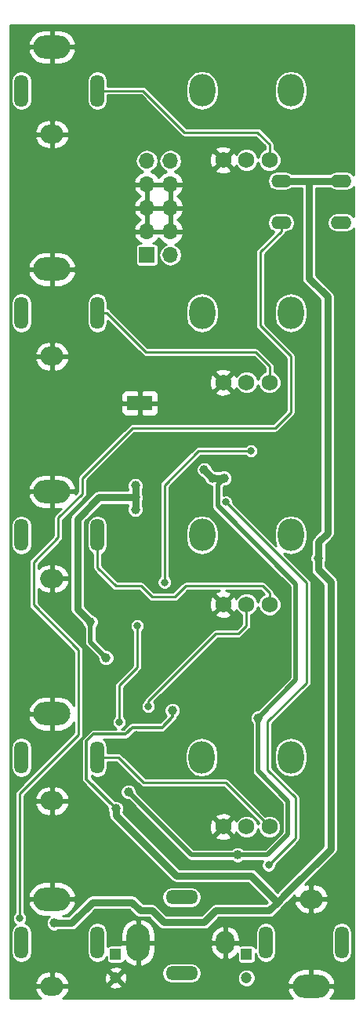
<source format=gtl>
G04 #@! TF.FileFunction,Copper,L1,Top,Signal*
%FSLAX46Y46*%
G04 Gerber Fmt 4.6, Leading zero omitted, Abs format (unit mm)*
G04 Created by KiCad (PCBNEW 4.0.2-stable) date 2018-09-14 2:15:48 PM*
%MOMM*%
G01*
G04 APERTURE LIST*
%ADD10C,0.200000*%
%ADD11R,1.200000X1.200000*%
%ADD12C,1.200000*%
%ADD13O,4.000000X2.500000*%
%ADD14O,2.500000X2.000000*%
%ADD15O,1.500000X3.500000*%
%ADD16O,2.500000X4.000000*%
%ADD17O,2.000000X2.500000*%
%ADD18O,3.500000X1.500000*%
%ADD19R,1.700000X1.700000*%
%ADD20O,1.700000X1.700000*%
%ADD21O,2.200000X1.400000*%
%ADD22O,2.250000X1.400000*%
%ADD23R,2.800000X1.600000*%
%ADD24O,2.800000X3.500000*%
%ADD25C,1.750000*%
%ADD26C,1.000000*%
%ADD27C,0.800000*%
%ADD28C,0.800000*%
%ADD29C,0.500000*%
%ADD30C,0.350000*%
%ADD31C,0.250000*%
%ADD32C,0.254000*%
G04 APERTURE END LIST*
D10*
D11*
X91880000Y-150530000D03*
D12*
X91880000Y-153070000D03*
D11*
X106000000Y-150530000D03*
D12*
X106000000Y-153070000D03*
D13*
X85000000Y-52560000D03*
D14*
X85000000Y-61960000D03*
D15*
X89900000Y-57260000D03*
X81700000Y-57260000D03*
D13*
X85000000Y-76560000D03*
D14*
X85000000Y-85960000D03*
D15*
X89900000Y-81260000D03*
X81700000Y-81260000D03*
D13*
X85000000Y-100560000D03*
D14*
X85000000Y-109960000D03*
D15*
X89900000Y-105260000D03*
X81700000Y-105260000D03*
D13*
X85000000Y-124560000D03*
D14*
X85000000Y-133960000D03*
D15*
X89900000Y-129260000D03*
X81700000Y-129260000D03*
D13*
X85000000Y-144560000D03*
D14*
X85000000Y-153960000D03*
D15*
X89900000Y-149260000D03*
X81700000Y-149260000D03*
D16*
X94300000Y-149260000D03*
D17*
X103700000Y-149260000D03*
D18*
X99000000Y-144360000D03*
X99000000Y-152560000D03*
D13*
X113000000Y-153960000D03*
D14*
X113000000Y-144560000D03*
D15*
X108100000Y-149260000D03*
X116300000Y-149260000D03*
D19*
X95250000Y-75000000D03*
D20*
X97790000Y-75000000D03*
X95250000Y-72460000D03*
X97790000Y-72460000D03*
X95250000Y-69920000D03*
X97790000Y-69920000D03*
X95250000Y-67380000D03*
X97790000Y-67380000D03*
X95250000Y-64840000D03*
X97790000Y-64840000D03*
D21*
X109750000Y-67000000D03*
X109750000Y-71500000D03*
D22*
X116250000Y-67000000D03*
X116250000Y-71500000D03*
D23*
X94500000Y-91000000D03*
D24*
X110800000Y-57250000D03*
X101200000Y-57250000D03*
D25*
X108500000Y-64750000D03*
X106000000Y-64750000D03*
X103500000Y-64750000D03*
D24*
X110800000Y-81260000D03*
X101200000Y-81260000D03*
D25*
X108500000Y-88760000D03*
X106000000Y-88760000D03*
X103500000Y-88760000D03*
D24*
X110800000Y-105250000D03*
X101200000Y-105250000D03*
D25*
X108500000Y-112750000D03*
X106000000Y-112750000D03*
X103500000Y-112750000D03*
D24*
X110790000Y-129250000D03*
X101190000Y-129250000D03*
D25*
X108490000Y-136750000D03*
X105990000Y-136750000D03*
X103490000Y-136750000D03*
D26*
X89150000Y-114649998D03*
X94000000Y-99900000D03*
X94000000Y-101200000D03*
X90850000Y-118500000D03*
X98000000Y-124200000D03*
X94000000Y-102500000D03*
X85250000Y-147150000D03*
X91900000Y-134800000D03*
X113750000Y-107750000D03*
D27*
X102000000Y-144400000D03*
X95650000Y-99900000D03*
X94450000Y-135900000D03*
X89800000Y-124050000D03*
X89150000Y-118500000D03*
X89750000Y-146750000D03*
X83500000Y-138500000D03*
X108250000Y-94850000D03*
X104750000Y-94850000D03*
X95850000Y-144250000D03*
X113050000Y-102950000D03*
X91600000Y-131400000D03*
X114950000Y-74250000D03*
X94100000Y-126850000D03*
X94150000Y-129650000D03*
X97400000Y-126850000D03*
X95500000Y-118000000D03*
X105400000Y-120100000D03*
D26*
X105030889Y-139781918D03*
X101450000Y-98200000D03*
X102350000Y-99100000D03*
X103600000Y-99100000D03*
X93250000Y-133000006D03*
X107250000Y-125000000D03*
D27*
X92250000Y-125474970D03*
X94199998Y-115050000D03*
X81500000Y-146650000D03*
X106500000Y-96150000D03*
X97150000Y-110350000D03*
X95400000Y-123750000D03*
X108400004Y-140900000D03*
X103800000Y-101700000D03*
D28*
X94000000Y-101200000D02*
X90050000Y-101200000D01*
X87750000Y-103500000D02*
X87750000Y-113249998D01*
X90050000Y-101200000D02*
X87750000Y-103500000D01*
X87750000Y-113249998D02*
X88650001Y-114149999D01*
X88650001Y-114149999D02*
X89150000Y-114649998D01*
X108450001Y-145799999D02*
X109350000Y-144900000D01*
X109350000Y-144900000D02*
X110250000Y-144000000D01*
X98442896Y-142050002D02*
X106500002Y-142050002D01*
X106500002Y-142050002D02*
X109350000Y-144900000D01*
X91900000Y-134800000D02*
X91900000Y-135507106D01*
X91900000Y-135507106D02*
X98442896Y-142050002D01*
X110250000Y-144000000D02*
X115100000Y-139150000D01*
X113750000Y-108950000D02*
X113750000Y-107750000D01*
X115100000Y-139150000D02*
X115100000Y-110300000D01*
X115100000Y-110300000D02*
X113750000Y-108950000D01*
X112750000Y-67000000D02*
X112750000Y-77500000D01*
X112750000Y-77500000D02*
X114750000Y-79500000D01*
X113800000Y-106000000D02*
X113800000Y-107700000D01*
X114750000Y-79500000D02*
X114750000Y-105050000D01*
X114750000Y-105050000D02*
X113800000Y-106000000D01*
X113800000Y-107700000D02*
X113750000Y-107750000D01*
D29*
X89150000Y-116800000D02*
X89150000Y-115357104D01*
X90850000Y-118500000D02*
X89150000Y-116800000D01*
X89150000Y-115357104D02*
X89150000Y-114649998D01*
D28*
X94000000Y-101200000D02*
X94000000Y-99900000D01*
X94000000Y-102500000D02*
X94000000Y-101200000D01*
X101450000Y-147050000D02*
X102700001Y-145799999D01*
X102700001Y-145799999D02*
X108450001Y-145799999D01*
X97050000Y-147050000D02*
X101450000Y-147050000D01*
X95799999Y-145799999D02*
X97050000Y-147050000D01*
X94549999Y-145799999D02*
X95799999Y-145799999D01*
D30*
X98000000Y-124907106D02*
X98000000Y-124200000D01*
X96882107Y-126024999D02*
X98000000Y-124907106D01*
X92978998Y-126750000D02*
X93703999Y-126024999D01*
X89500000Y-126750000D02*
X92978998Y-126750000D01*
X93703999Y-126024999D02*
X96882107Y-126024999D01*
X88724990Y-127525010D02*
X89500000Y-126750000D01*
X88724990Y-131624990D02*
X88724990Y-127525010D01*
X91900000Y-134800000D02*
X88724990Y-131624990D01*
D28*
X85250000Y-147150000D02*
X87100000Y-147150000D01*
X87100000Y-147150000D02*
X89350000Y-144900000D01*
X89350000Y-144900000D02*
X93650000Y-144900000D01*
X93650000Y-144900000D02*
X94549999Y-145799999D01*
X112750000Y-67000000D02*
X109750000Y-67000000D01*
X116250000Y-67000000D02*
X112750000Y-67000000D01*
D31*
X101600001Y-144000001D02*
X102000000Y-144400000D01*
X100425013Y-142825013D02*
X101600001Y-144000001D01*
X87825013Y-142825013D02*
X100425013Y-142825013D01*
X83500000Y-138500000D02*
X87825013Y-142825013D01*
X94950000Y-137400000D02*
X94450000Y-136900000D01*
X91600000Y-133050000D02*
X94050001Y-135500001D01*
X91600000Y-131400000D02*
X91600000Y-133050000D01*
X94450000Y-136465685D02*
X94450000Y-135900000D01*
X94450000Y-136900000D02*
X94450000Y-136465685D01*
X94050001Y-135500001D02*
X94450000Y-135900000D01*
D29*
X105737995Y-139781918D02*
X105030889Y-139781918D01*
X107250000Y-125000000D02*
X107250000Y-130750000D01*
X110500000Y-134000000D02*
X110500000Y-137550000D01*
X93250000Y-133000006D02*
X100031912Y-139781918D01*
X104323783Y-139781918D02*
X105030889Y-139781918D01*
X100031912Y-139781918D02*
X104323783Y-139781918D01*
X107250000Y-130750000D02*
X110500000Y-134000000D01*
X110500000Y-137550000D02*
X108268082Y-139781918D01*
X108268082Y-139781918D02*
X105737995Y-139781918D01*
X103100001Y-99599999D02*
X103600000Y-99100000D01*
X102899999Y-102132001D02*
X102899999Y-99800001D01*
X111350000Y-110582002D02*
X102899999Y-102132001D01*
X102899999Y-99800001D02*
X103100001Y-99599999D01*
X111350000Y-120900000D02*
X111350000Y-110582002D01*
X107250000Y-125000000D02*
X111350000Y-120900000D01*
D28*
X102350000Y-99100000D02*
X101450000Y-98200000D01*
X103600000Y-99100000D02*
X102350000Y-99100000D01*
D31*
X94199998Y-115050000D02*
X94199998Y-119550002D01*
X94199998Y-119550002D02*
X92250000Y-121500000D01*
X92250000Y-121500000D02*
X92250000Y-125474970D01*
X107200000Y-61750000D02*
X108500000Y-63050000D01*
X108500000Y-63050000D02*
X108500000Y-64750000D01*
X99300000Y-61750000D02*
X107200000Y-61750000D01*
X94810000Y-57260000D02*
X99300000Y-61750000D01*
X89900000Y-57260000D02*
X94810000Y-57260000D01*
X89900000Y-81260000D02*
X90900000Y-81260000D01*
X90900000Y-81260000D02*
X95140000Y-85500000D01*
X95140000Y-85500000D02*
X107000000Y-85500000D01*
X107000000Y-85500000D02*
X108500000Y-87000000D01*
X108500000Y-87000000D02*
X108500000Y-88760000D01*
X89900000Y-105260000D02*
X89900000Y-108750000D01*
X89900000Y-108750000D02*
X91900000Y-110750000D01*
X98250000Y-111950000D02*
X99450000Y-110750000D01*
X91900000Y-110750000D02*
X94600000Y-110750000D01*
X99450000Y-110750000D02*
X107750000Y-110750000D01*
X94600000Y-110750000D02*
X95800000Y-111950000D01*
X108500000Y-111500000D02*
X108500000Y-112750000D01*
X95800000Y-111950000D02*
X98250000Y-111950000D01*
X107750000Y-110750000D02*
X108500000Y-111500000D01*
X108490000Y-136750000D02*
X103740000Y-132000000D01*
X103740000Y-132000000D02*
X94900000Y-132000000D01*
X94900000Y-132000000D02*
X92160000Y-129260000D01*
X92160000Y-129260000D02*
X89900000Y-129260000D01*
X88300000Y-100800000D02*
X88300000Y-99100000D01*
X87900000Y-126800000D02*
X87900000Y-117700000D01*
X107500000Y-82650000D02*
X107500000Y-74700000D01*
X81500000Y-146650000D02*
X81500000Y-133200000D01*
X93700000Y-93700000D02*
X109100000Y-93700000D01*
X81500000Y-133200000D02*
X87900000Y-126800000D01*
X109750000Y-72450000D02*
X109750000Y-71500000D01*
X109100000Y-93700000D02*
X110800000Y-92000000D01*
X88300000Y-99100000D02*
X93700000Y-93700000D01*
X87900000Y-117700000D02*
X83000000Y-112800000D01*
X83000000Y-112800000D02*
X83000000Y-108200000D01*
X83000000Y-108200000D02*
X85700000Y-105500000D01*
X110800000Y-85950000D02*
X107500000Y-82650000D01*
X85700000Y-105500000D02*
X85700000Y-103400000D01*
X85700000Y-103400000D02*
X88300000Y-100800000D01*
X110800000Y-92000000D02*
X110800000Y-85950000D01*
X107500000Y-74700000D02*
X109750000Y-72450000D01*
X97150000Y-99850000D02*
X100850000Y-96150000D01*
X100850000Y-96150000D02*
X106500000Y-96150000D01*
X97150000Y-110350000D02*
X97150000Y-99850000D01*
X105150000Y-115900000D02*
X106000000Y-115050000D01*
X106000000Y-115050000D02*
X106000000Y-112750000D01*
X102684315Y-115900000D02*
X105150000Y-115900000D01*
X95400000Y-123750000D02*
X95400000Y-123184315D01*
X95400000Y-123184315D02*
X102684315Y-115900000D01*
X112500000Y-110400000D02*
X112500000Y-121200000D01*
X108300000Y-130600000D02*
X111300000Y-133600000D01*
X112500000Y-121200000D02*
X108300000Y-125400000D01*
X108800003Y-140500001D02*
X108400004Y-140900000D01*
X108300000Y-125400000D02*
X108300000Y-130600000D01*
X103800000Y-101700000D02*
X112500000Y-110400000D01*
X111300000Y-133600000D02*
X111300000Y-138000004D01*
X111300000Y-138000004D02*
X108800003Y-140500001D01*
D32*
G36*
X117544000Y-66348034D02*
X117468886Y-66235618D01*
X117118185Y-66001286D01*
X116704504Y-65919000D01*
X115795496Y-65919000D01*
X115381815Y-66001286D01*
X115055984Y-66219000D01*
X110918527Y-66219000D01*
X110592696Y-66001286D01*
X110179015Y-65919000D01*
X109320985Y-65919000D01*
X108907304Y-66001286D01*
X108556603Y-66235618D01*
X108322271Y-66586319D01*
X108239985Y-67000000D01*
X108322271Y-67413681D01*
X108556603Y-67764382D01*
X108907304Y-67998714D01*
X109320985Y-68081000D01*
X110179015Y-68081000D01*
X110592696Y-67998714D01*
X110918527Y-67781000D01*
X111969000Y-67781000D01*
X111969000Y-77500000D01*
X112028450Y-77798876D01*
X112197750Y-78052250D01*
X113969000Y-79823500D01*
X113969000Y-104726500D01*
X113247750Y-105447750D01*
X113078450Y-105701124D01*
X113019000Y-106000000D01*
X113019000Y-107234889D01*
X113003560Y-107250302D01*
X112869153Y-107573989D01*
X112868847Y-107924473D01*
X112969000Y-108166861D01*
X112969000Y-108950000D01*
X113000388Y-109107796D01*
X113028450Y-109248876D01*
X113197750Y-109502250D01*
X114319000Y-110623501D01*
X114319000Y-138826499D01*
X109697752Y-143447748D01*
X109697749Y-143447750D01*
X109350000Y-143795499D01*
X107052252Y-141497752D01*
X106798878Y-141328452D01*
X106500002Y-141269002D01*
X98766397Y-141269002D01*
X92690642Y-135193248D01*
X92780847Y-134976011D01*
X92781153Y-134625527D01*
X92647311Y-134301605D01*
X92399698Y-134053560D01*
X92076011Y-133919153D01*
X91805219Y-133918917D01*
X91060781Y-133174479D01*
X92368847Y-133174479D01*
X92502689Y-133498401D01*
X92750302Y-133746446D01*
X93073989Y-133880853D01*
X93238623Y-133880997D01*
X99585728Y-140228102D01*
X99790439Y-140364886D01*
X100031912Y-140412918D01*
X104415952Y-140412918D01*
X104531191Y-140528358D01*
X104854878Y-140662765D01*
X105205362Y-140663071D01*
X105529284Y-140529229D01*
X105645798Y-140412918D01*
X107782470Y-140412918D01*
X107738290Y-140457021D01*
X107619140Y-140743968D01*
X107618868Y-141054669D01*
X107737518Y-141341823D01*
X107957025Y-141561714D01*
X108243972Y-141680864D01*
X108554673Y-141681136D01*
X108841827Y-141562486D01*
X109061718Y-141342979D01*
X109180868Y-141056032D01*
X109181062Y-140834534D01*
X111657796Y-138357800D01*
X111767483Y-138193642D01*
X111806000Y-138000004D01*
X111806000Y-133600000D01*
X111767483Y-133406362D01*
X111657796Y-133242204D01*
X108806000Y-130390408D01*
X108806000Y-128858251D01*
X109009000Y-128858251D01*
X109009000Y-129641749D01*
X109144571Y-130323308D01*
X109530643Y-130901106D01*
X110108441Y-131287178D01*
X110790000Y-131422749D01*
X111471559Y-131287178D01*
X112049357Y-130901106D01*
X112435429Y-130323308D01*
X112571000Y-129641749D01*
X112571000Y-128858251D01*
X112435429Y-128176692D01*
X112049357Y-127598894D01*
X111471559Y-127212822D01*
X110790000Y-127077251D01*
X110108441Y-127212822D01*
X109530643Y-127598894D01*
X109144571Y-128176692D01*
X109009000Y-128858251D01*
X108806000Y-128858251D01*
X108806000Y-125609592D01*
X112857796Y-121557796D01*
X112967483Y-121393638D01*
X113006000Y-121200000D01*
X113006000Y-110400000D01*
X112967483Y-110206362D01*
X112857796Y-110042204D01*
X110071214Y-107255622D01*
X110118441Y-107287178D01*
X110800000Y-107422749D01*
X111481559Y-107287178D01*
X112059357Y-106901106D01*
X112445429Y-106323308D01*
X112581000Y-105641749D01*
X112581000Y-104858251D01*
X112445429Y-104176692D01*
X112059357Y-103598894D01*
X111481559Y-103212822D01*
X110800000Y-103077251D01*
X110118441Y-103212822D01*
X109540643Y-103598894D01*
X109154571Y-104176692D01*
X109019000Y-104858251D01*
X109019000Y-105641749D01*
X109154571Y-106323308D01*
X109186127Y-106370535D01*
X104580943Y-101765351D01*
X104581136Y-101545331D01*
X104462486Y-101258177D01*
X104242979Y-101038286D01*
X103956032Y-100919136D01*
X103645331Y-100918864D01*
X103530999Y-100966105D01*
X103530999Y-100061370D01*
X103546186Y-100046183D01*
X103546188Y-100046180D01*
X103611358Y-99981011D01*
X103774473Y-99981153D01*
X104098395Y-99847311D01*
X104346440Y-99599698D01*
X104480847Y-99276011D01*
X104481153Y-98925527D01*
X104347311Y-98601605D01*
X104099698Y-98353560D01*
X103776011Y-98219153D01*
X103425527Y-98218847D01*
X103183139Y-98319000D01*
X102766469Y-98319000D01*
X102607485Y-98252984D01*
X102296739Y-97942239D01*
X102197311Y-97701605D01*
X101949698Y-97453560D01*
X101626011Y-97319153D01*
X101275527Y-97318847D01*
X100951605Y-97452689D01*
X100703560Y-97700302D01*
X100569153Y-98023989D01*
X100568847Y-98374473D01*
X100702689Y-98698395D01*
X100950302Y-98946440D01*
X101192516Y-99047016D01*
X101503261Y-99357762D01*
X101602689Y-99598395D01*
X101850302Y-99846440D01*
X102173989Y-99980847D01*
X102268999Y-99980930D01*
X102268999Y-102132001D01*
X102293050Y-102252912D01*
X102317031Y-102373474D01*
X102453815Y-102578185D01*
X110719000Y-110843370D01*
X110719000Y-120638631D01*
X107238642Y-124118989D01*
X107075527Y-124118847D01*
X106751605Y-124252689D01*
X106503560Y-124500302D01*
X106369153Y-124823989D01*
X106368847Y-125174473D01*
X106502689Y-125498395D01*
X106619000Y-125614909D01*
X106619000Y-130750000D01*
X106649057Y-130901106D01*
X106667032Y-130991473D01*
X106803816Y-131196184D01*
X109869000Y-134261368D01*
X109869000Y-137288631D01*
X108006714Y-139150918D01*
X105645826Y-139150918D01*
X105530587Y-139035478D01*
X105206900Y-138901071D01*
X104856416Y-138900765D01*
X104532494Y-139034607D01*
X104415980Y-139150918D01*
X100293280Y-139150918D01*
X98954422Y-137812060D01*
X102607545Y-137812060D01*
X102690884Y-138065953D01*
X103255306Y-138271590D01*
X103855458Y-138245579D01*
X104289116Y-138065953D01*
X104372455Y-137812060D01*
X103490000Y-136929605D01*
X102607545Y-137812060D01*
X98954422Y-137812060D01*
X97657668Y-136515306D01*
X101968410Y-136515306D01*
X101994421Y-137115458D01*
X102174047Y-137549116D01*
X102427940Y-137632455D01*
X103310395Y-136750000D01*
X102427940Y-135867545D01*
X102174047Y-135950884D01*
X101968410Y-136515306D01*
X97657668Y-136515306D01*
X96830302Y-135687940D01*
X102607545Y-135687940D01*
X103490000Y-136570395D01*
X104372455Y-135687940D01*
X104289116Y-135434047D01*
X103724694Y-135228410D01*
X103124542Y-135254421D01*
X102690884Y-135434047D01*
X102607545Y-135687940D01*
X96830302Y-135687940D01*
X94131011Y-132988649D01*
X94131153Y-132825533D01*
X93997311Y-132501611D01*
X93749698Y-132253566D01*
X93426011Y-132119159D01*
X93075527Y-132118853D01*
X92751605Y-132252695D01*
X92503560Y-132500308D01*
X92369153Y-132823995D01*
X92368847Y-133174479D01*
X91060781Y-133174479D01*
X89280990Y-131394688D01*
X89280990Y-131222246D01*
X89467185Y-131346657D01*
X89900000Y-131432749D01*
X90332815Y-131346657D01*
X90699738Y-131101487D01*
X90944908Y-130734564D01*
X91031000Y-130301749D01*
X91031000Y-129766000D01*
X91950408Y-129766000D01*
X94542204Y-132357796D01*
X94706362Y-132467483D01*
X94900000Y-132506000D01*
X103530408Y-132506000D01*
X107319089Y-136294681D01*
X107239779Y-136485680D01*
X107055405Y-136039463D01*
X106702396Y-135685836D01*
X106240930Y-135494219D01*
X105741262Y-135493783D01*
X105279463Y-135684595D01*
X104925836Y-136037604D01*
X104883803Y-136138831D01*
X104805953Y-135950884D01*
X104552060Y-135867545D01*
X103669605Y-136750000D01*
X104552060Y-137632455D01*
X104805953Y-137549116D01*
X104878696Y-137349454D01*
X104924595Y-137460537D01*
X105277604Y-137814164D01*
X105739070Y-138005781D01*
X106238738Y-138006217D01*
X106700537Y-137815405D01*
X107054164Y-137462396D01*
X107240221Y-137014320D01*
X107424595Y-137460537D01*
X107777604Y-137814164D01*
X108239070Y-138005781D01*
X108738738Y-138006217D01*
X109200537Y-137815405D01*
X109554164Y-137462396D01*
X109745781Y-137000930D01*
X109746217Y-136501262D01*
X109555405Y-136039463D01*
X109202396Y-135685836D01*
X108740930Y-135494219D01*
X108241262Y-135493783D01*
X108034718Y-135579126D01*
X104097796Y-131642204D01*
X103933638Y-131532517D01*
X103740000Y-131494000D01*
X95109592Y-131494000D01*
X92517796Y-128902204D01*
X92452016Y-128858251D01*
X99409000Y-128858251D01*
X99409000Y-129641749D01*
X99544571Y-130323308D01*
X99930643Y-130901106D01*
X100508441Y-131287178D01*
X101190000Y-131422749D01*
X101871559Y-131287178D01*
X102449357Y-130901106D01*
X102835429Y-130323308D01*
X102971000Y-129641749D01*
X102971000Y-128858251D01*
X102835429Y-128176692D01*
X102449357Y-127598894D01*
X101871559Y-127212822D01*
X101190000Y-127077251D01*
X100508441Y-127212822D01*
X99930643Y-127598894D01*
X99544571Y-128176692D01*
X99409000Y-128858251D01*
X92452016Y-128858251D01*
X92353638Y-128792517D01*
X92160000Y-128754000D01*
X91031000Y-128754000D01*
X91031000Y-128218251D01*
X90944908Y-127785436D01*
X90699738Y-127418513D01*
X90531350Y-127306000D01*
X92978998Y-127306000D01*
X93191770Y-127263677D01*
X93372149Y-127143151D01*
X93934302Y-126580999D01*
X96882107Y-126580999D01*
X97094879Y-126538676D01*
X97275258Y-126418150D01*
X98393151Y-125300258D01*
X98513677Y-125119878D01*
X98529127Y-125042204D01*
X98556000Y-124907106D01*
X98556000Y-124889806D01*
X98746440Y-124699698D01*
X98880847Y-124376011D01*
X98881153Y-124025527D01*
X98747311Y-123701605D01*
X98499698Y-123453560D01*
X98176011Y-123319153D01*
X97825527Y-123318847D01*
X97501605Y-123452689D01*
X97253560Y-123700302D01*
X97119153Y-124023989D01*
X97118847Y-124374473D01*
X97252689Y-124698395D01*
X97337475Y-124783329D01*
X96651805Y-125468999D01*
X93703999Y-125468999D01*
X93491227Y-125511322D01*
X93310847Y-125631848D01*
X92748696Y-126194000D01*
X92554977Y-126194000D01*
X92691823Y-126137456D01*
X92911714Y-125917949D01*
X93030864Y-125631002D01*
X93031136Y-125320301D01*
X92912486Y-125033147D01*
X92756000Y-124876387D01*
X92756000Y-121709592D01*
X94557794Y-119907798D01*
X94667481Y-119743640D01*
X94705998Y-119550002D01*
X94705998Y-115648421D01*
X94861712Y-115492979D01*
X94980862Y-115206032D01*
X94981134Y-114895331D01*
X94862484Y-114608177D01*
X94642977Y-114388286D01*
X94356030Y-114269136D01*
X94045329Y-114268864D01*
X93758175Y-114387514D01*
X93538284Y-114607021D01*
X93419134Y-114893968D01*
X93418862Y-115204669D01*
X93537512Y-115491823D01*
X93693998Y-115648583D01*
X93693998Y-119340410D01*
X91892204Y-121142204D01*
X91782517Y-121306362D01*
X91744000Y-121500000D01*
X91744000Y-124876549D01*
X91588286Y-125031991D01*
X91469136Y-125318938D01*
X91468864Y-125629639D01*
X91587514Y-125916793D01*
X91807021Y-126136684D01*
X91945054Y-126194000D01*
X89500000Y-126194000D01*
X89287228Y-126236323D01*
X89106849Y-126356848D01*
X88331839Y-127131859D01*
X88211313Y-127312238D01*
X88168990Y-127525010D01*
X88168990Y-131624990D01*
X88205067Y-131806362D01*
X88211313Y-131837762D01*
X88331839Y-132018141D01*
X91019082Y-134705385D01*
X91018847Y-134974473D01*
X91119000Y-135216861D01*
X91119000Y-135507106D01*
X91153620Y-135681153D01*
X91178450Y-135805982D01*
X91347750Y-136059356D01*
X97890645Y-142602252D01*
X97999520Y-142675000D01*
X98144020Y-142771552D01*
X98442896Y-142831002D01*
X106176502Y-142831002D01*
X108245499Y-144900000D01*
X108126501Y-145018999D01*
X102700001Y-145018999D01*
X102401125Y-145078449D01*
X102147750Y-145247749D01*
X101126500Y-146269000D01*
X97373501Y-146269000D01*
X96352249Y-145247749D01*
X96098875Y-145078449D01*
X95799999Y-145018999D01*
X94873500Y-145018999D01*
X94214501Y-144360000D01*
X96827251Y-144360000D01*
X96913343Y-144792815D01*
X97158513Y-145159738D01*
X97525436Y-145404908D01*
X97958251Y-145491000D01*
X100041749Y-145491000D01*
X100474564Y-145404908D01*
X100841487Y-145159738D01*
X101086657Y-144792815D01*
X101172749Y-144360000D01*
X101086657Y-143927185D01*
X100841487Y-143560262D01*
X100474564Y-143315092D01*
X100041749Y-143229000D01*
X97958251Y-143229000D01*
X97525436Y-143315092D01*
X97158513Y-143560262D01*
X96913343Y-143927185D01*
X96827251Y-144360000D01*
X94214501Y-144360000D01*
X94202250Y-144347750D01*
X93948876Y-144178450D01*
X93650000Y-144119000D01*
X89350000Y-144119000D01*
X89051124Y-144178450D01*
X88949637Y-144246262D01*
X88797750Y-144347749D01*
X86776500Y-146369000D01*
X86158582Y-146369000D01*
X86588691Y-146252912D01*
X87172699Y-145803094D01*
X87540114Y-145164026D01*
X87587695Y-144979645D01*
X87471572Y-144687000D01*
X85127000Y-144687000D01*
X85127000Y-144707000D01*
X84873000Y-144707000D01*
X84873000Y-144687000D01*
X82528428Y-144687000D01*
X82412305Y-144979645D01*
X82459886Y-145164026D01*
X82827301Y-145803094D01*
X83411309Y-146252912D01*
X84123000Y-146445000D01*
X84709220Y-146445000D01*
X84503560Y-146650302D01*
X84369153Y-146973989D01*
X84368847Y-147324473D01*
X84502689Y-147648395D01*
X84750302Y-147896440D01*
X85073989Y-148030847D01*
X85424473Y-148031153D01*
X85666861Y-147931000D01*
X87100000Y-147931000D01*
X87398876Y-147871550D01*
X87652250Y-147702250D01*
X89673501Y-145681000D01*
X93326500Y-145681000D01*
X93997749Y-146352250D01*
X94209845Y-146493968D01*
X94251123Y-146521549D01*
X94549999Y-146580999D01*
X95476499Y-146580999D01*
X96497749Y-147602250D01*
X96727406Y-147755702D01*
X96751124Y-147771550D01*
X97050000Y-147831000D01*
X101450000Y-147831000D01*
X101748876Y-147771550D01*
X102002250Y-147602250D01*
X103023502Y-146580999D01*
X108450001Y-146580999D01*
X108748877Y-146521549D01*
X109002251Y-146352249D01*
X109902248Y-145452253D01*
X109902251Y-145452251D01*
X109902255Y-145452245D01*
X110414066Y-144940434D01*
X111159876Y-144940434D01*
X111184258Y-145062396D01*
X111495702Y-145623337D01*
X111998101Y-146022394D01*
X112614970Y-146198815D01*
X112873000Y-146041012D01*
X112873000Y-144687000D01*
X113127000Y-144687000D01*
X113127000Y-146041012D01*
X113385030Y-146198815D01*
X114001899Y-146022394D01*
X114504298Y-145623337D01*
X114815742Y-145062396D01*
X114840124Y-144940434D01*
X114720777Y-144687000D01*
X113127000Y-144687000D01*
X112873000Y-144687000D01*
X111279223Y-144687000D01*
X111159876Y-144940434D01*
X110414066Y-144940434D01*
X110802250Y-144552251D01*
X110802252Y-144552248D01*
X111164697Y-144189803D01*
X111279223Y-144433000D01*
X112873000Y-144433000D01*
X112873000Y-143078988D01*
X113127000Y-143078988D01*
X113127000Y-144433000D01*
X114720777Y-144433000D01*
X114840124Y-144179566D01*
X114815742Y-144057604D01*
X114504298Y-143496663D01*
X114001899Y-143097606D01*
X113385030Y-142921185D01*
X113127000Y-143078988D01*
X112873000Y-143078988D01*
X112614970Y-142921185D01*
X112360554Y-142993947D01*
X115652251Y-139702250D01*
X115760365Y-139540445D01*
X115821550Y-139448876D01*
X115881000Y-139150000D01*
X115881000Y-110300000D01*
X115821550Y-110001124D01*
X115652250Y-109747749D01*
X114531000Y-108626500D01*
X114531000Y-108166469D01*
X114630847Y-107926011D01*
X114631153Y-107575527D01*
X114581000Y-107454148D01*
X114581000Y-106323500D01*
X115302250Y-105602250D01*
X115471550Y-105348876D01*
X115531000Y-105050000D01*
X115531000Y-79500000D01*
X115471550Y-79201124D01*
X115302250Y-78947750D01*
X113531000Y-77176500D01*
X113531000Y-67781000D01*
X115055984Y-67781000D01*
X115381815Y-67998714D01*
X115795496Y-68081000D01*
X116704504Y-68081000D01*
X117118185Y-67998714D01*
X117468886Y-67764382D01*
X117544000Y-67651966D01*
X117544000Y-70848034D01*
X117468886Y-70735618D01*
X117118185Y-70501286D01*
X116704504Y-70419000D01*
X115795496Y-70419000D01*
X115381815Y-70501286D01*
X115031114Y-70735618D01*
X114796782Y-71086319D01*
X114714496Y-71500000D01*
X114796782Y-71913681D01*
X115031114Y-72264382D01*
X115381815Y-72498714D01*
X115795496Y-72581000D01*
X116704504Y-72581000D01*
X117118185Y-72498714D01*
X117468886Y-72264382D01*
X117544000Y-72151966D01*
X117544000Y-155294000D01*
X115054674Y-155294000D01*
X115172699Y-155203094D01*
X115540114Y-154564026D01*
X115587695Y-154379645D01*
X115471572Y-154087000D01*
X113127000Y-154087000D01*
X113127000Y-154107000D01*
X112873000Y-154107000D01*
X112873000Y-154087000D01*
X110528428Y-154087000D01*
X110412305Y-154379645D01*
X110459886Y-154564026D01*
X110827301Y-155203094D01*
X110945326Y-155294000D01*
X86163543Y-155294000D01*
X86504298Y-155023337D01*
X86815742Y-154462396D01*
X86840124Y-154340434D01*
X86720777Y-154087000D01*
X85127000Y-154087000D01*
X85127000Y-154107000D01*
X84873000Y-154107000D01*
X84873000Y-154087000D01*
X83279223Y-154087000D01*
X83159876Y-154340434D01*
X83184258Y-154462396D01*
X83495702Y-155023337D01*
X83836457Y-155294000D01*
X80456000Y-155294000D01*
X80456000Y-153932735D01*
X91196870Y-153932735D01*
X91246383Y-154158164D01*
X91711036Y-154317807D01*
X92201413Y-154287482D01*
X92513617Y-154158164D01*
X92563130Y-153932735D01*
X91880000Y-153249605D01*
X91196870Y-153932735D01*
X80456000Y-153932735D01*
X80456000Y-153579566D01*
X83159876Y-153579566D01*
X83279223Y-153833000D01*
X84873000Y-153833000D01*
X84873000Y-152478988D01*
X85127000Y-152478988D01*
X85127000Y-153833000D01*
X86720777Y-153833000D01*
X86840124Y-153579566D01*
X86815742Y-153457604D01*
X86506726Y-152901036D01*
X90632193Y-152901036D01*
X90662518Y-153391413D01*
X90791836Y-153703617D01*
X91017265Y-153753130D01*
X91700395Y-153070000D01*
X92059605Y-153070000D01*
X92742735Y-153753130D01*
X92968164Y-153703617D01*
X93127807Y-153238964D01*
X93097482Y-152748587D01*
X93019368Y-152560000D01*
X96827251Y-152560000D01*
X96913343Y-152992815D01*
X97158513Y-153359738D01*
X97525436Y-153604908D01*
X97958251Y-153691000D01*
X100041749Y-153691000D01*
X100474564Y-153604908D01*
X100841487Y-153359738D01*
X100905271Y-153264277D01*
X105018830Y-153264277D01*
X105167864Y-153624966D01*
X105443583Y-153901166D01*
X105804011Y-154050829D01*
X106194277Y-154051170D01*
X106554966Y-153902136D01*
X106831166Y-153626417D01*
X106866902Y-153540355D01*
X110412305Y-153540355D01*
X110528428Y-153833000D01*
X112873000Y-153833000D01*
X112873000Y-152075000D01*
X113127000Y-152075000D01*
X113127000Y-153833000D01*
X115471572Y-153833000D01*
X115587695Y-153540355D01*
X115540114Y-153355974D01*
X115172699Y-152716906D01*
X114588691Y-152267088D01*
X113877000Y-152075000D01*
X113127000Y-152075000D01*
X112873000Y-152075000D01*
X112123000Y-152075000D01*
X111411309Y-152267088D01*
X110827301Y-152716906D01*
X110459886Y-153355974D01*
X110412305Y-153540355D01*
X106866902Y-153540355D01*
X106980829Y-153265989D01*
X106981170Y-152875723D01*
X106832136Y-152515034D01*
X106556417Y-152238834D01*
X106195989Y-152089171D01*
X105805723Y-152088830D01*
X105445034Y-152237864D01*
X105168834Y-152513583D01*
X105019171Y-152874011D01*
X105018830Y-153264277D01*
X100905271Y-153264277D01*
X101086657Y-152992815D01*
X101172749Y-152560000D01*
X101086657Y-152127185D01*
X100841487Y-151760262D01*
X100474564Y-151515092D01*
X100041749Y-151429000D01*
X97958251Y-151429000D01*
X97525436Y-151515092D01*
X97158513Y-151760262D01*
X96913343Y-152127185D01*
X96827251Y-152560000D01*
X93019368Y-152560000D01*
X92968164Y-152436383D01*
X92742735Y-152386870D01*
X92059605Y-153070000D01*
X91700395Y-153070000D01*
X91017265Y-152386870D01*
X90791836Y-152436383D01*
X90632193Y-152901036D01*
X86506726Y-152901036D01*
X86504298Y-152896663D01*
X86001899Y-152497606D01*
X85385030Y-152321185D01*
X85127000Y-152478988D01*
X84873000Y-152478988D01*
X84614970Y-152321185D01*
X83998101Y-152497606D01*
X83495702Y-152896663D01*
X83184258Y-153457604D01*
X83159876Y-153579566D01*
X80456000Y-153579566D01*
X80456000Y-152207265D01*
X91196870Y-152207265D01*
X91880000Y-152890395D01*
X92563130Y-152207265D01*
X92513617Y-151981836D01*
X92048964Y-151822193D01*
X91558587Y-151852518D01*
X91246383Y-151981836D01*
X91196870Y-152207265D01*
X80456000Y-152207265D01*
X80456000Y-148218251D01*
X80569000Y-148218251D01*
X80569000Y-150301749D01*
X80655092Y-150734564D01*
X80900262Y-151101487D01*
X81267185Y-151346657D01*
X81700000Y-151432749D01*
X82132815Y-151346657D01*
X82499738Y-151101487D01*
X82744908Y-150734564D01*
X82831000Y-150301749D01*
X82831000Y-148218251D01*
X88769000Y-148218251D01*
X88769000Y-150301749D01*
X88855092Y-150734564D01*
X89100262Y-151101487D01*
X89467185Y-151346657D01*
X89900000Y-151432749D01*
X90332815Y-151346657D01*
X90699738Y-151101487D01*
X90891536Y-150814441D01*
X90891536Y-151130000D01*
X90918103Y-151271190D01*
X91001546Y-151400865D01*
X91128866Y-151487859D01*
X91280000Y-151518464D01*
X92480000Y-151518464D01*
X92621190Y-151491897D01*
X92750865Y-151408454D01*
X92837859Y-151281134D01*
X92859157Y-151175958D01*
X93056906Y-151432699D01*
X93695974Y-151800114D01*
X93880355Y-151847695D01*
X94173000Y-151731572D01*
X94173000Y-149387000D01*
X94427000Y-149387000D01*
X94427000Y-151731572D01*
X94719645Y-151847695D01*
X94904026Y-151800114D01*
X95543094Y-151432699D01*
X95992912Y-150848691D01*
X96185000Y-150137000D01*
X96185000Y-149645030D01*
X102061185Y-149645030D01*
X102237606Y-150261899D01*
X102636663Y-150764298D01*
X103197604Y-151075742D01*
X103319566Y-151100124D01*
X103573000Y-150980777D01*
X103573000Y-149387000D01*
X103827000Y-149387000D01*
X103827000Y-150980777D01*
X104080434Y-151100124D01*
X104202396Y-151075742D01*
X104763337Y-150764298D01*
X105011536Y-150451824D01*
X105011536Y-151130000D01*
X105038103Y-151271190D01*
X105121546Y-151400865D01*
X105248866Y-151487859D01*
X105400000Y-151518464D01*
X106600000Y-151518464D01*
X106741190Y-151491897D01*
X106870865Y-151408454D01*
X106957859Y-151281134D01*
X106988464Y-151130000D01*
X106988464Y-150399601D01*
X107055092Y-150734564D01*
X107300262Y-151101487D01*
X107667185Y-151346657D01*
X108100000Y-151432749D01*
X108532815Y-151346657D01*
X108899738Y-151101487D01*
X109144908Y-150734564D01*
X109231000Y-150301749D01*
X109231000Y-148218251D01*
X115169000Y-148218251D01*
X115169000Y-150301749D01*
X115255092Y-150734564D01*
X115500262Y-151101487D01*
X115867185Y-151346657D01*
X116300000Y-151432749D01*
X116732815Y-151346657D01*
X117099738Y-151101487D01*
X117344908Y-150734564D01*
X117431000Y-150301749D01*
X117431000Y-148218251D01*
X117344908Y-147785436D01*
X117099738Y-147418513D01*
X116732815Y-147173343D01*
X116300000Y-147087251D01*
X115867185Y-147173343D01*
X115500262Y-147418513D01*
X115255092Y-147785436D01*
X115169000Y-148218251D01*
X109231000Y-148218251D01*
X109144908Y-147785436D01*
X108899738Y-147418513D01*
X108532815Y-147173343D01*
X108100000Y-147087251D01*
X107667185Y-147173343D01*
X107300262Y-147418513D01*
X107055092Y-147785436D01*
X106969000Y-148218251D01*
X106969000Y-149826559D01*
X106961897Y-149788810D01*
X106878454Y-149659135D01*
X106751134Y-149572141D01*
X106600000Y-149541536D01*
X105400000Y-149541536D01*
X105288368Y-149562541D01*
X105181012Y-149387000D01*
X103827000Y-149387000D01*
X103573000Y-149387000D01*
X102218988Y-149387000D01*
X102061185Y-149645030D01*
X96185000Y-149645030D01*
X96185000Y-149387000D01*
X94427000Y-149387000D01*
X94173000Y-149387000D01*
X92415000Y-149387000D01*
X92415000Y-149541536D01*
X91280000Y-149541536D01*
X91138810Y-149568103D01*
X91031000Y-149637476D01*
X91031000Y-148383000D01*
X92415000Y-148383000D01*
X92415000Y-149133000D01*
X94173000Y-149133000D01*
X94173000Y-146788428D01*
X94427000Y-146788428D01*
X94427000Y-149133000D01*
X96185000Y-149133000D01*
X96185000Y-148874970D01*
X102061185Y-148874970D01*
X102218988Y-149133000D01*
X103573000Y-149133000D01*
X103573000Y-147539223D01*
X103827000Y-147539223D01*
X103827000Y-149133000D01*
X105181012Y-149133000D01*
X105338815Y-148874970D01*
X105162394Y-148258101D01*
X104763337Y-147755702D01*
X104202396Y-147444258D01*
X104080434Y-147419876D01*
X103827000Y-147539223D01*
X103573000Y-147539223D01*
X103319566Y-147419876D01*
X103197604Y-147444258D01*
X102636663Y-147755702D01*
X102237606Y-148258101D01*
X102061185Y-148874970D01*
X96185000Y-148874970D01*
X96185000Y-148383000D01*
X95992912Y-147671309D01*
X95543094Y-147087301D01*
X94904026Y-146719886D01*
X94719645Y-146672305D01*
X94427000Y-146788428D01*
X94173000Y-146788428D01*
X93880355Y-146672305D01*
X93695974Y-146719886D01*
X93056906Y-147087301D01*
X92607088Y-147671309D01*
X92415000Y-148383000D01*
X91031000Y-148383000D01*
X91031000Y-148218251D01*
X90944908Y-147785436D01*
X90699738Y-147418513D01*
X90332815Y-147173343D01*
X89900000Y-147087251D01*
X89467185Y-147173343D01*
X89100262Y-147418513D01*
X88855092Y-147785436D01*
X88769000Y-148218251D01*
X82831000Y-148218251D01*
X82744908Y-147785436D01*
X82499738Y-147418513D01*
X82132815Y-147173343D01*
X82089784Y-147164784D01*
X82161714Y-147092979D01*
X82280864Y-146806032D01*
X82281136Y-146495331D01*
X82162486Y-146208177D01*
X82006000Y-146051417D01*
X82006000Y-144140355D01*
X82412305Y-144140355D01*
X82528428Y-144433000D01*
X84873000Y-144433000D01*
X84873000Y-142675000D01*
X85127000Y-142675000D01*
X85127000Y-144433000D01*
X87471572Y-144433000D01*
X87587695Y-144140355D01*
X87540114Y-143955974D01*
X87172699Y-143316906D01*
X86588691Y-142867088D01*
X85877000Y-142675000D01*
X85127000Y-142675000D01*
X84873000Y-142675000D01*
X84123000Y-142675000D01*
X83411309Y-142867088D01*
X82827301Y-143316906D01*
X82459886Y-143955974D01*
X82412305Y-144140355D01*
X82006000Y-144140355D01*
X82006000Y-134340434D01*
X83159876Y-134340434D01*
X83184258Y-134462396D01*
X83495702Y-135023337D01*
X83998101Y-135422394D01*
X84614970Y-135598815D01*
X84873000Y-135441012D01*
X84873000Y-134087000D01*
X85127000Y-134087000D01*
X85127000Y-135441012D01*
X85385030Y-135598815D01*
X86001899Y-135422394D01*
X86504298Y-135023337D01*
X86815742Y-134462396D01*
X86840124Y-134340434D01*
X86720777Y-134087000D01*
X85127000Y-134087000D01*
X84873000Y-134087000D01*
X83279223Y-134087000D01*
X83159876Y-134340434D01*
X82006000Y-134340434D01*
X82006000Y-133579566D01*
X83159876Y-133579566D01*
X83279223Y-133833000D01*
X84873000Y-133833000D01*
X84873000Y-132478988D01*
X85127000Y-132478988D01*
X85127000Y-133833000D01*
X86720777Y-133833000D01*
X86840124Y-133579566D01*
X86815742Y-133457604D01*
X86504298Y-132896663D01*
X86001899Y-132497606D01*
X85385030Y-132321185D01*
X85127000Y-132478988D01*
X84873000Y-132478988D01*
X84614970Y-132321185D01*
X83998101Y-132497606D01*
X83495702Y-132896663D01*
X83184258Y-133457604D01*
X83159876Y-133579566D01*
X82006000Y-133579566D01*
X82006000Y-133409592D01*
X88257796Y-127157796D01*
X88367483Y-126993638D01*
X88406000Y-126800000D01*
X88406000Y-117700000D01*
X88367483Y-117506362D01*
X88257796Y-117342204D01*
X83506000Y-112590408D01*
X83506000Y-111031517D01*
X83998101Y-111422394D01*
X84614970Y-111598815D01*
X84873000Y-111441012D01*
X84873000Y-110087000D01*
X85127000Y-110087000D01*
X85127000Y-111441012D01*
X85385030Y-111598815D01*
X86001899Y-111422394D01*
X86504298Y-111023337D01*
X86815742Y-110462396D01*
X86840124Y-110340434D01*
X86720777Y-110087000D01*
X85127000Y-110087000D01*
X84873000Y-110087000D01*
X84853000Y-110087000D01*
X84853000Y-109833000D01*
X84873000Y-109833000D01*
X84873000Y-108478988D01*
X85127000Y-108478988D01*
X85127000Y-109833000D01*
X86720777Y-109833000D01*
X86840124Y-109579566D01*
X86815742Y-109457604D01*
X86504298Y-108896663D01*
X86001899Y-108497606D01*
X85385030Y-108321185D01*
X85127000Y-108478988D01*
X84873000Y-108478988D01*
X84614970Y-108321185D01*
X83998101Y-108497606D01*
X83506000Y-108888483D01*
X83506000Y-108409592D01*
X86057796Y-105857796D01*
X86167483Y-105693638D01*
X86206000Y-105500000D01*
X86206000Y-103609592D01*
X86315592Y-103500000D01*
X86969000Y-103500000D01*
X86969000Y-113249998D01*
X87028450Y-113548874D01*
X87197750Y-113802248D01*
X88097751Y-114702250D01*
X88097754Y-114702252D01*
X88303261Y-114907760D01*
X88402689Y-115148393D01*
X88519000Y-115264907D01*
X88519000Y-116800000D01*
X88567032Y-117041473D01*
X88703816Y-117246184D01*
X89968989Y-118511357D01*
X89968847Y-118674473D01*
X90102689Y-118998395D01*
X90350302Y-119246440D01*
X90673989Y-119380847D01*
X91024473Y-119381153D01*
X91348395Y-119247311D01*
X91596440Y-118999698D01*
X91730847Y-118676011D01*
X91731153Y-118325527D01*
X91597311Y-118001605D01*
X91349698Y-117753560D01*
X91026011Y-117619153D01*
X90861377Y-117619009D01*
X89781000Y-116538632D01*
X89781000Y-115264935D01*
X89896440Y-115149696D01*
X90030847Y-114826009D01*
X90031153Y-114475525D01*
X89897311Y-114151603D01*
X89649698Y-113903558D01*
X89429347Y-113812060D01*
X102617545Y-113812060D01*
X102700884Y-114065953D01*
X103265306Y-114271590D01*
X103865458Y-114245579D01*
X104299116Y-114065953D01*
X104382455Y-113812060D01*
X103500000Y-112929605D01*
X102617545Y-113812060D01*
X89429347Y-113812060D01*
X89407484Y-113802982D01*
X89202254Y-113597752D01*
X89202252Y-113597749D01*
X88531000Y-112926498D01*
X88531000Y-112515306D01*
X101978410Y-112515306D01*
X102004421Y-113115458D01*
X102184047Y-113549116D01*
X102437940Y-113632455D01*
X103320395Y-112750000D01*
X102437940Y-111867545D01*
X102184047Y-111950884D01*
X101978410Y-112515306D01*
X88531000Y-112515306D01*
X88531000Y-104218251D01*
X88769000Y-104218251D01*
X88769000Y-106301749D01*
X88855092Y-106734564D01*
X89100262Y-107101487D01*
X89394000Y-107297756D01*
X89394000Y-108750000D01*
X89432517Y-108943638D01*
X89542204Y-109107796D01*
X91542204Y-111107796D01*
X91706362Y-111217483D01*
X91900000Y-111256000D01*
X94390408Y-111256000D01*
X95442204Y-112307796D01*
X95606362Y-112417483D01*
X95800000Y-112456000D01*
X98250000Y-112456000D01*
X98443638Y-112417483D01*
X98607796Y-112307796D01*
X99659592Y-111256000D01*
X103130730Y-111256000D01*
X102700884Y-111434047D01*
X102617545Y-111687940D01*
X103500000Y-112570395D01*
X104382455Y-111687940D01*
X104299116Y-111434047D01*
X103810422Y-111256000D01*
X107540408Y-111256000D01*
X107916509Y-111632101D01*
X107789463Y-111684595D01*
X107435836Y-112037604D01*
X107249779Y-112485680D01*
X107065405Y-112039463D01*
X106712396Y-111685836D01*
X106250930Y-111494219D01*
X105751262Y-111493783D01*
X105289463Y-111684595D01*
X104935836Y-112037604D01*
X104893803Y-112138831D01*
X104815953Y-111950884D01*
X104562060Y-111867545D01*
X103679605Y-112750000D01*
X104562060Y-113632455D01*
X104815953Y-113549116D01*
X104888696Y-113349454D01*
X104934595Y-113460537D01*
X105287604Y-113814164D01*
X105494000Y-113899867D01*
X105494000Y-114840408D01*
X104940408Y-115394000D01*
X102684315Y-115394000D01*
X102490677Y-115432517D01*
X102326519Y-115542204D01*
X95042204Y-122826519D01*
X94932517Y-122990677D01*
X94902125Y-123143468D01*
X94738286Y-123307021D01*
X94619136Y-123593968D01*
X94618864Y-123904669D01*
X94737514Y-124191823D01*
X94957021Y-124411714D01*
X95243968Y-124530864D01*
X95554669Y-124531136D01*
X95841823Y-124412486D01*
X96061714Y-124192979D01*
X96180864Y-123906032D01*
X96181136Y-123595331D01*
X96062486Y-123308177D01*
X96027139Y-123272768D01*
X102893907Y-116406000D01*
X105150000Y-116406000D01*
X105343638Y-116367483D01*
X105507796Y-116257796D01*
X106357796Y-115407796D01*
X106391667Y-115357104D01*
X106467483Y-115243638D01*
X106506000Y-115050000D01*
X106506000Y-113899918D01*
X106710537Y-113815405D01*
X107064164Y-113462396D01*
X107250221Y-113014320D01*
X107434595Y-113460537D01*
X107787604Y-113814164D01*
X108249070Y-114005781D01*
X108748738Y-114006217D01*
X109210537Y-113815405D01*
X109564164Y-113462396D01*
X109755781Y-113000930D01*
X109756217Y-112501262D01*
X109565405Y-112039463D01*
X109212396Y-111685836D01*
X109006000Y-111600133D01*
X109006000Y-111500000D01*
X108967483Y-111306362D01*
X108857796Y-111142204D01*
X108107796Y-110392204D01*
X107943638Y-110282517D01*
X107750000Y-110244000D01*
X99450000Y-110244000D01*
X99256362Y-110282517D01*
X99092204Y-110392204D01*
X98040408Y-111444000D01*
X96009592Y-111444000D01*
X95070261Y-110504669D01*
X96368864Y-110504669D01*
X96487514Y-110791823D01*
X96707021Y-111011714D01*
X96993968Y-111130864D01*
X97304669Y-111131136D01*
X97591823Y-111012486D01*
X97811714Y-110792979D01*
X97930864Y-110506032D01*
X97931136Y-110195331D01*
X97812486Y-109908177D01*
X97656000Y-109751417D01*
X97656000Y-104858251D01*
X99419000Y-104858251D01*
X99419000Y-105641749D01*
X99554571Y-106323308D01*
X99940643Y-106901106D01*
X100518441Y-107287178D01*
X101200000Y-107422749D01*
X101881559Y-107287178D01*
X102459357Y-106901106D01*
X102845429Y-106323308D01*
X102981000Y-105641749D01*
X102981000Y-104858251D01*
X102845429Y-104176692D01*
X102459357Y-103598894D01*
X101881559Y-103212822D01*
X101200000Y-103077251D01*
X100518441Y-103212822D01*
X99940643Y-103598894D01*
X99554571Y-104176692D01*
X99419000Y-104858251D01*
X97656000Y-104858251D01*
X97656000Y-100059592D01*
X101059592Y-96656000D01*
X105901579Y-96656000D01*
X106057021Y-96811714D01*
X106343968Y-96930864D01*
X106654669Y-96931136D01*
X106941823Y-96812486D01*
X107161714Y-96592979D01*
X107280864Y-96306032D01*
X107281136Y-95995331D01*
X107162486Y-95708177D01*
X106942979Y-95488286D01*
X106656032Y-95369136D01*
X106345331Y-95368864D01*
X106058177Y-95487514D01*
X105901417Y-95644000D01*
X100850000Y-95644000D01*
X100656362Y-95682517D01*
X100492204Y-95792204D01*
X96792204Y-99492204D01*
X96682517Y-99656362D01*
X96644000Y-99850000D01*
X96644000Y-109751579D01*
X96488286Y-109907021D01*
X96369136Y-110193968D01*
X96368864Y-110504669D01*
X95070261Y-110504669D01*
X94957796Y-110392204D01*
X94793638Y-110282517D01*
X94600000Y-110244000D01*
X92109592Y-110244000D01*
X90406000Y-108540408D01*
X90406000Y-107297756D01*
X90699738Y-107101487D01*
X90944908Y-106734564D01*
X91031000Y-106301749D01*
X91031000Y-104218251D01*
X90944908Y-103785436D01*
X90699738Y-103418513D01*
X90332815Y-103173343D01*
X89900000Y-103087251D01*
X89467185Y-103173343D01*
X89100262Y-103418513D01*
X88855092Y-103785436D01*
X88769000Y-104218251D01*
X88531000Y-104218251D01*
X88531000Y-103823500D01*
X90373501Y-101981000D01*
X93219000Y-101981000D01*
X93219000Y-102083531D01*
X93119153Y-102323989D01*
X93118847Y-102674473D01*
X93252689Y-102998395D01*
X93500302Y-103246440D01*
X93823989Y-103380847D01*
X94174473Y-103381153D01*
X94498395Y-103247311D01*
X94746440Y-102999698D01*
X94880847Y-102676011D01*
X94881153Y-102325527D01*
X94781000Y-102083139D01*
X94781000Y-101616469D01*
X94880847Y-101376011D01*
X94881153Y-101025527D01*
X94781000Y-100783139D01*
X94781000Y-100316469D01*
X94880847Y-100076011D01*
X94881153Y-99725527D01*
X94747311Y-99401605D01*
X94499698Y-99153560D01*
X94176011Y-99019153D01*
X93825527Y-99018847D01*
X93501605Y-99152689D01*
X93253560Y-99400302D01*
X93119153Y-99723989D01*
X93118847Y-100074473D01*
X93219000Y-100316861D01*
X93219000Y-100419000D01*
X90050000Y-100419000D01*
X89751124Y-100478450D01*
X89497749Y-100647750D01*
X87197750Y-102947750D01*
X87028450Y-103201124D01*
X86969000Y-103500000D01*
X86315592Y-103500000D01*
X88657796Y-101157796D01*
X88767483Y-100993638D01*
X88806000Y-100800000D01*
X88806000Y-99309592D01*
X93909592Y-94206000D01*
X109100000Y-94206000D01*
X109293638Y-94167483D01*
X109457796Y-94057796D01*
X111157796Y-92357796D01*
X111267483Y-92193638D01*
X111306000Y-92000000D01*
X111306000Y-85950000D01*
X111267483Y-85756362D01*
X111157796Y-85592204D01*
X108006000Y-82440408D01*
X108006000Y-80868251D01*
X109019000Y-80868251D01*
X109019000Y-81651749D01*
X109154571Y-82333308D01*
X109540643Y-82911106D01*
X110118441Y-83297178D01*
X110800000Y-83432749D01*
X111481559Y-83297178D01*
X112059357Y-82911106D01*
X112445429Y-82333308D01*
X112581000Y-81651749D01*
X112581000Y-80868251D01*
X112445429Y-80186692D01*
X112059357Y-79608894D01*
X111481559Y-79222822D01*
X110800000Y-79087251D01*
X110118441Y-79222822D01*
X109540643Y-79608894D01*
X109154571Y-80186692D01*
X109019000Y-80868251D01*
X108006000Y-80868251D01*
X108006000Y-74909592D01*
X110107796Y-72807796D01*
X110217483Y-72643638D01*
X110232040Y-72570453D01*
X110592696Y-72498714D01*
X110943397Y-72264382D01*
X111177729Y-71913681D01*
X111260015Y-71500000D01*
X111177729Y-71086319D01*
X110943397Y-70735618D01*
X110592696Y-70501286D01*
X110179015Y-70419000D01*
X109320985Y-70419000D01*
X108907304Y-70501286D01*
X108556603Y-70735618D01*
X108322271Y-71086319D01*
X108239985Y-71500000D01*
X108322271Y-71913681D01*
X108556603Y-72264382D01*
X108907304Y-72498714D01*
X108972688Y-72511720D01*
X107142204Y-74342204D01*
X107032517Y-74506362D01*
X106994000Y-74700000D01*
X106994000Y-82650000D01*
X107032517Y-82843638D01*
X107142204Y-83007796D01*
X110294000Y-86159592D01*
X110294000Y-91790408D01*
X108890408Y-93194000D01*
X93700000Y-93194000D01*
X93506362Y-93232517D01*
X93342204Y-93342204D01*
X87942204Y-98742204D01*
X87832517Y-98906362D01*
X87794000Y-99100000D01*
X87794000Y-100590408D01*
X87535728Y-100848680D01*
X87471572Y-100687000D01*
X85127000Y-100687000D01*
X85127000Y-102445000D01*
X85877000Y-102445000D01*
X85962479Y-102421929D01*
X85342204Y-103042204D01*
X85232517Y-103206362D01*
X85194000Y-103400000D01*
X85194000Y-105290408D01*
X82642204Y-107842204D01*
X82532517Y-108006362D01*
X82494000Y-108200000D01*
X82494000Y-112800000D01*
X82532517Y-112993638D01*
X82642204Y-113157796D01*
X87394000Y-117909592D01*
X87394000Y-123701829D01*
X87172699Y-123316906D01*
X86588691Y-122867088D01*
X85877000Y-122675000D01*
X85127000Y-122675000D01*
X85127000Y-124433000D01*
X85147000Y-124433000D01*
X85147000Y-124687000D01*
X85127000Y-124687000D01*
X85127000Y-126445000D01*
X85877000Y-126445000D01*
X86588691Y-126252912D01*
X87172699Y-125803094D01*
X87394000Y-125418171D01*
X87394000Y-126590408D01*
X81142204Y-132842204D01*
X81032517Y-133006362D01*
X80994000Y-133200000D01*
X80994000Y-146051579D01*
X80838286Y-146207021D01*
X80719136Y-146493968D01*
X80718864Y-146804669D01*
X80837514Y-147091823D01*
X81057021Y-147311714D01*
X81058919Y-147312502D01*
X80900262Y-147418513D01*
X80655092Y-147785436D01*
X80569000Y-148218251D01*
X80456000Y-148218251D01*
X80456000Y-128218251D01*
X80569000Y-128218251D01*
X80569000Y-130301749D01*
X80655092Y-130734564D01*
X80900262Y-131101487D01*
X81267185Y-131346657D01*
X81700000Y-131432749D01*
X82132815Y-131346657D01*
X82499738Y-131101487D01*
X82744908Y-130734564D01*
X82831000Y-130301749D01*
X82831000Y-128218251D01*
X82744908Y-127785436D01*
X82499738Y-127418513D01*
X82132815Y-127173343D01*
X81700000Y-127087251D01*
X81267185Y-127173343D01*
X80900262Y-127418513D01*
X80655092Y-127785436D01*
X80569000Y-128218251D01*
X80456000Y-128218251D01*
X80456000Y-124979645D01*
X82412305Y-124979645D01*
X82459886Y-125164026D01*
X82827301Y-125803094D01*
X83411309Y-126252912D01*
X84123000Y-126445000D01*
X84873000Y-126445000D01*
X84873000Y-124687000D01*
X82528428Y-124687000D01*
X82412305Y-124979645D01*
X80456000Y-124979645D01*
X80456000Y-124140355D01*
X82412305Y-124140355D01*
X82528428Y-124433000D01*
X84873000Y-124433000D01*
X84873000Y-122675000D01*
X84123000Y-122675000D01*
X83411309Y-122867088D01*
X82827301Y-123316906D01*
X82459886Y-123955974D01*
X82412305Y-124140355D01*
X80456000Y-124140355D01*
X80456000Y-104218251D01*
X80569000Y-104218251D01*
X80569000Y-106301749D01*
X80655092Y-106734564D01*
X80900262Y-107101487D01*
X81267185Y-107346657D01*
X81700000Y-107432749D01*
X82132815Y-107346657D01*
X82499738Y-107101487D01*
X82744908Y-106734564D01*
X82831000Y-106301749D01*
X82831000Y-104218251D01*
X82744908Y-103785436D01*
X82499738Y-103418513D01*
X82132815Y-103173343D01*
X81700000Y-103087251D01*
X81267185Y-103173343D01*
X80900262Y-103418513D01*
X80655092Y-103785436D01*
X80569000Y-104218251D01*
X80456000Y-104218251D01*
X80456000Y-100979645D01*
X82412305Y-100979645D01*
X82459886Y-101164026D01*
X82827301Y-101803094D01*
X83411309Y-102252912D01*
X84123000Y-102445000D01*
X84873000Y-102445000D01*
X84873000Y-100687000D01*
X82528428Y-100687000D01*
X82412305Y-100979645D01*
X80456000Y-100979645D01*
X80456000Y-100140355D01*
X82412305Y-100140355D01*
X82528428Y-100433000D01*
X84873000Y-100433000D01*
X84873000Y-98675000D01*
X85127000Y-98675000D01*
X85127000Y-100433000D01*
X87471572Y-100433000D01*
X87587695Y-100140355D01*
X87540114Y-99955974D01*
X87172699Y-99316906D01*
X86588691Y-98867088D01*
X85877000Y-98675000D01*
X85127000Y-98675000D01*
X84873000Y-98675000D01*
X84123000Y-98675000D01*
X83411309Y-98867088D01*
X82827301Y-99316906D01*
X82459886Y-99955974D01*
X82412305Y-100140355D01*
X80456000Y-100140355D01*
X80456000Y-91285750D01*
X92465000Y-91285750D01*
X92465000Y-91926310D01*
X92561673Y-92159699D01*
X92740302Y-92338327D01*
X92973691Y-92435000D01*
X94214250Y-92435000D01*
X94373000Y-92276250D01*
X94373000Y-91127000D01*
X94627000Y-91127000D01*
X94627000Y-92276250D01*
X94785750Y-92435000D01*
X96026309Y-92435000D01*
X96259698Y-92338327D01*
X96438327Y-92159699D01*
X96535000Y-91926310D01*
X96535000Y-91285750D01*
X96376250Y-91127000D01*
X94627000Y-91127000D01*
X94373000Y-91127000D01*
X92623750Y-91127000D01*
X92465000Y-91285750D01*
X80456000Y-91285750D01*
X80456000Y-90073690D01*
X92465000Y-90073690D01*
X92465000Y-90714250D01*
X92623750Y-90873000D01*
X94373000Y-90873000D01*
X94373000Y-89723750D01*
X94627000Y-89723750D01*
X94627000Y-90873000D01*
X96376250Y-90873000D01*
X96535000Y-90714250D01*
X96535000Y-90073690D01*
X96438327Y-89840301D01*
X96420086Y-89822060D01*
X102617545Y-89822060D01*
X102700884Y-90075953D01*
X103265306Y-90281590D01*
X103865458Y-90255579D01*
X104299116Y-90075953D01*
X104382455Y-89822060D01*
X103500000Y-88939605D01*
X102617545Y-89822060D01*
X96420086Y-89822060D01*
X96259698Y-89661673D01*
X96026309Y-89565000D01*
X94785750Y-89565000D01*
X94627000Y-89723750D01*
X94373000Y-89723750D01*
X94214250Y-89565000D01*
X92973691Y-89565000D01*
X92740302Y-89661673D01*
X92561673Y-89840301D01*
X92465000Y-90073690D01*
X80456000Y-90073690D01*
X80456000Y-88525306D01*
X101978410Y-88525306D01*
X102004421Y-89125458D01*
X102184047Y-89559116D01*
X102437940Y-89642455D01*
X103320395Y-88760000D01*
X102437940Y-87877545D01*
X102184047Y-87960884D01*
X101978410Y-88525306D01*
X80456000Y-88525306D01*
X80456000Y-87697940D01*
X102617545Y-87697940D01*
X103500000Y-88580395D01*
X104382455Y-87697940D01*
X104299116Y-87444047D01*
X103734694Y-87238410D01*
X103134542Y-87264421D01*
X102700884Y-87444047D01*
X102617545Y-87697940D01*
X80456000Y-87697940D01*
X80456000Y-86340434D01*
X83159876Y-86340434D01*
X83184258Y-86462396D01*
X83495702Y-87023337D01*
X83998101Y-87422394D01*
X84614970Y-87598815D01*
X84873000Y-87441012D01*
X84873000Y-86087000D01*
X85127000Y-86087000D01*
X85127000Y-87441012D01*
X85385030Y-87598815D01*
X86001899Y-87422394D01*
X86504298Y-87023337D01*
X86815742Y-86462396D01*
X86840124Y-86340434D01*
X86720777Y-86087000D01*
X85127000Y-86087000D01*
X84873000Y-86087000D01*
X83279223Y-86087000D01*
X83159876Y-86340434D01*
X80456000Y-86340434D01*
X80456000Y-85579566D01*
X83159876Y-85579566D01*
X83279223Y-85833000D01*
X84873000Y-85833000D01*
X84873000Y-84478988D01*
X85127000Y-84478988D01*
X85127000Y-85833000D01*
X86720777Y-85833000D01*
X86840124Y-85579566D01*
X86815742Y-85457604D01*
X86504298Y-84896663D01*
X86001899Y-84497606D01*
X85385030Y-84321185D01*
X85127000Y-84478988D01*
X84873000Y-84478988D01*
X84614970Y-84321185D01*
X83998101Y-84497606D01*
X83495702Y-84896663D01*
X83184258Y-85457604D01*
X83159876Y-85579566D01*
X80456000Y-85579566D01*
X80456000Y-80218251D01*
X80569000Y-80218251D01*
X80569000Y-82301749D01*
X80655092Y-82734564D01*
X80900262Y-83101487D01*
X81267185Y-83346657D01*
X81700000Y-83432749D01*
X82132815Y-83346657D01*
X82499738Y-83101487D01*
X82744908Y-82734564D01*
X82831000Y-82301749D01*
X82831000Y-80218251D01*
X88769000Y-80218251D01*
X88769000Y-82301749D01*
X88855092Y-82734564D01*
X89100262Y-83101487D01*
X89467185Y-83346657D01*
X89900000Y-83432749D01*
X90332815Y-83346657D01*
X90699738Y-83101487D01*
X90944908Y-82734564D01*
X91031000Y-82301749D01*
X91031000Y-82106592D01*
X94782204Y-85857796D01*
X94946362Y-85967483D01*
X95140000Y-86006000D01*
X106790408Y-86006000D01*
X107994000Y-87209592D01*
X107994000Y-87610082D01*
X107789463Y-87694595D01*
X107435836Y-88047604D01*
X107249779Y-88495680D01*
X107065405Y-88049463D01*
X106712396Y-87695836D01*
X106250930Y-87504219D01*
X105751262Y-87503783D01*
X105289463Y-87694595D01*
X104935836Y-88047604D01*
X104893803Y-88148831D01*
X104815953Y-87960884D01*
X104562060Y-87877545D01*
X103679605Y-88760000D01*
X104562060Y-89642455D01*
X104815953Y-89559116D01*
X104888696Y-89359454D01*
X104934595Y-89470537D01*
X105287604Y-89824164D01*
X105749070Y-90015781D01*
X106248738Y-90016217D01*
X106710537Y-89825405D01*
X107064164Y-89472396D01*
X107250221Y-89024320D01*
X107434595Y-89470537D01*
X107787604Y-89824164D01*
X108249070Y-90015781D01*
X108748738Y-90016217D01*
X109210537Y-89825405D01*
X109564164Y-89472396D01*
X109755781Y-89010930D01*
X109756217Y-88511262D01*
X109565405Y-88049463D01*
X109212396Y-87695836D01*
X109006000Y-87610133D01*
X109006000Y-87000000D01*
X108967483Y-86806362D01*
X108857796Y-86642204D01*
X107357796Y-85142204D01*
X107193638Y-85032517D01*
X107000000Y-84994000D01*
X95349592Y-84994000D01*
X91257796Y-80902204D01*
X91206982Y-80868251D01*
X99419000Y-80868251D01*
X99419000Y-81651749D01*
X99554571Y-82333308D01*
X99940643Y-82911106D01*
X100518441Y-83297178D01*
X101200000Y-83432749D01*
X101881559Y-83297178D01*
X102459357Y-82911106D01*
X102845429Y-82333308D01*
X102981000Y-81651749D01*
X102981000Y-80868251D01*
X102845429Y-80186692D01*
X102459357Y-79608894D01*
X101881559Y-79222822D01*
X101200000Y-79087251D01*
X100518441Y-79222822D01*
X99940643Y-79608894D01*
X99554571Y-80186692D01*
X99419000Y-80868251D01*
X91206982Y-80868251D01*
X91093638Y-80792517D01*
X91031000Y-80780058D01*
X91031000Y-80218251D01*
X90944908Y-79785436D01*
X90699738Y-79418513D01*
X90332815Y-79173343D01*
X89900000Y-79087251D01*
X89467185Y-79173343D01*
X89100262Y-79418513D01*
X88855092Y-79785436D01*
X88769000Y-80218251D01*
X82831000Y-80218251D01*
X82744908Y-79785436D01*
X82499738Y-79418513D01*
X82132815Y-79173343D01*
X81700000Y-79087251D01*
X81267185Y-79173343D01*
X80900262Y-79418513D01*
X80655092Y-79785436D01*
X80569000Y-80218251D01*
X80456000Y-80218251D01*
X80456000Y-76979645D01*
X82412305Y-76979645D01*
X82459886Y-77164026D01*
X82827301Y-77803094D01*
X83411309Y-78252912D01*
X84123000Y-78445000D01*
X84873000Y-78445000D01*
X84873000Y-76687000D01*
X85127000Y-76687000D01*
X85127000Y-78445000D01*
X85877000Y-78445000D01*
X86588691Y-78252912D01*
X87172699Y-77803094D01*
X87540114Y-77164026D01*
X87587695Y-76979645D01*
X87471572Y-76687000D01*
X85127000Y-76687000D01*
X84873000Y-76687000D01*
X82528428Y-76687000D01*
X82412305Y-76979645D01*
X80456000Y-76979645D01*
X80456000Y-76140355D01*
X82412305Y-76140355D01*
X82528428Y-76433000D01*
X84873000Y-76433000D01*
X84873000Y-74675000D01*
X85127000Y-74675000D01*
X85127000Y-76433000D01*
X87471572Y-76433000D01*
X87587695Y-76140355D01*
X87540114Y-75955974D01*
X87172699Y-75316906D01*
X86588691Y-74867088D01*
X85877000Y-74675000D01*
X85127000Y-74675000D01*
X84873000Y-74675000D01*
X84123000Y-74675000D01*
X83411309Y-74867088D01*
X82827301Y-75316906D01*
X82459886Y-75955974D01*
X82412305Y-76140355D01*
X80456000Y-76140355D01*
X80456000Y-72816890D01*
X93808524Y-72816890D01*
X93978355Y-73226924D01*
X94368642Y-73655183D01*
X94595105Y-73761536D01*
X94400000Y-73761536D01*
X94258810Y-73788103D01*
X94129135Y-73871546D01*
X94042141Y-73998866D01*
X94011536Y-74150000D01*
X94011536Y-75850000D01*
X94038103Y-75991190D01*
X94121546Y-76120865D01*
X94248866Y-76207859D01*
X94400000Y-76238464D01*
X96100000Y-76238464D01*
X96241190Y-76211897D01*
X96370865Y-76128454D01*
X96457859Y-76001134D01*
X96488464Y-75850000D01*
X96488464Y-74150000D01*
X96461897Y-74008810D01*
X96378454Y-73879135D01*
X96251134Y-73792141D01*
X96100000Y-73761536D01*
X95904895Y-73761536D01*
X96131358Y-73655183D01*
X96520000Y-73228729D01*
X96908642Y-73655183D01*
X97333947Y-73854917D01*
X97294800Y-73862704D01*
X96895435Y-74129552D01*
X96628587Y-74528917D01*
X96534883Y-75000000D01*
X96628587Y-75471083D01*
X96895435Y-75870448D01*
X97294800Y-76137296D01*
X97765883Y-76231000D01*
X97814117Y-76231000D01*
X98285200Y-76137296D01*
X98684565Y-75870448D01*
X98951413Y-75471083D01*
X99045117Y-75000000D01*
X98951413Y-74528917D01*
X98684565Y-74129552D01*
X98285200Y-73862704D01*
X98246053Y-73854917D01*
X98671358Y-73655183D01*
X99061645Y-73226924D01*
X99231476Y-72816890D01*
X99110155Y-72587000D01*
X97917000Y-72587000D01*
X97917000Y-72607000D01*
X97663000Y-72607000D01*
X97663000Y-72587000D01*
X95377000Y-72587000D01*
X95377000Y-72607000D01*
X95123000Y-72607000D01*
X95123000Y-72587000D01*
X93929845Y-72587000D01*
X93808524Y-72816890D01*
X80456000Y-72816890D01*
X80456000Y-70276890D01*
X93808524Y-70276890D01*
X93978355Y-70686924D01*
X94368642Y-71115183D01*
X94527954Y-71190000D01*
X94368642Y-71264817D01*
X93978355Y-71693076D01*
X93808524Y-72103110D01*
X93929845Y-72333000D01*
X95123000Y-72333000D01*
X95123000Y-70047000D01*
X95377000Y-70047000D01*
X95377000Y-72333000D01*
X97663000Y-72333000D01*
X97663000Y-70047000D01*
X97917000Y-70047000D01*
X97917000Y-72333000D01*
X99110155Y-72333000D01*
X99231476Y-72103110D01*
X99061645Y-71693076D01*
X98671358Y-71264817D01*
X98512046Y-71190000D01*
X98671358Y-71115183D01*
X99061645Y-70686924D01*
X99231476Y-70276890D01*
X99110155Y-70047000D01*
X97917000Y-70047000D01*
X97663000Y-70047000D01*
X95377000Y-70047000D01*
X95123000Y-70047000D01*
X93929845Y-70047000D01*
X93808524Y-70276890D01*
X80456000Y-70276890D01*
X80456000Y-67736890D01*
X93808524Y-67736890D01*
X93978355Y-68146924D01*
X94368642Y-68575183D01*
X94527954Y-68650000D01*
X94368642Y-68724817D01*
X93978355Y-69153076D01*
X93808524Y-69563110D01*
X93929845Y-69793000D01*
X95123000Y-69793000D01*
X95123000Y-67507000D01*
X95377000Y-67507000D01*
X95377000Y-69793000D01*
X97663000Y-69793000D01*
X97663000Y-67507000D01*
X97917000Y-67507000D01*
X97917000Y-69793000D01*
X99110155Y-69793000D01*
X99231476Y-69563110D01*
X99061645Y-69153076D01*
X98671358Y-68724817D01*
X98512046Y-68650000D01*
X98671358Y-68575183D01*
X99061645Y-68146924D01*
X99231476Y-67736890D01*
X99110155Y-67507000D01*
X97917000Y-67507000D01*
X97663000Y-67507000D01*
X95377000Y-67507000D01*
X95123000Y-67507000D01*
X93929845Y-67507000D01*
X93808524Y-67736890D01*
X80456000Y-67736890D01*
X80456000Y-67023110D01*
X93808524Y-67023110D01*
X93929845Y-67253000D01*
X95123000Y-67253000D01*
X95123000Y-67233000D01*
X95377000Y-67233000D01*
X95377000Y-67253000D01*
X97663000Y-67253000D01*
X97663000Y-67233000D01*
X97917000Y-67233000D01*
X97917000Y-67253000D01*
X99110155Y-67253000D01*
X99231476Y-67023110D01*
X99061645Y-66613076D01*
X98671358Y-66184817D01*
X98246053Y-65985083D01*
X98285200Y-65977296D01*
X98532492Y-65812060D01*
X102617545Y-65812060D01*
X102700884Y-66065953D01*
X103265306Y-66271590D01*
X103865458Y-66245579D01*
X104299116Y-66065953D01*
X104382455Y-65812060D01*
X103500000Y-64929605D01*
X102617545Y-65812060D01*
X98532492Y-65812060D01*
X98684565Y-65710448D01*
X98951413Y-65311083D01*
X99045117Y-64840000D01*
X98980532Y-64515306D01*
X101978410Y-64515306D01*
X102004421Y-65115458D01*
X102184047Y-65549116D01*
X102437940Y-65632455D01*
X103320395Y-64750000D01*
X102437940Y-63867545D01*
X102184047Y-63950884D01*
X101978410Y-64515306D01*
X98980532Y-64515306D01*
X98951413Y-64368917D01*
X98684565Y-63969552D01*
X98285200Y-63702704D01*
X98210977Y-63687940D01*
X102617545Y-63687940D01*
X103500000Y-64570395D01*
X104382455Y-63687940D01*
X104299116Y-63434047D01*
X103734694Y-63228410D01*
X103134542Y-63254421D01*
X102700884Y-63434047D01*
X102617545Y-63687940D01*
X98210977Y-63687940D01*
X97814117Y-63609000D01*
X97765883Y-63609000D01*
X97294800Y-63702704D01*
X96895435Y-63969552D01*
X96628587Y-64368917D01*
X96534883Y-64840000D01*
X96628587Y-65311083D01*
X96895435Y-65710448D01*
X97294800Y-65977296D01*
X97333947Y-65985083D01*
X96908642Y-66184817D01*
X96520000Y-66611271D01*
X96131358Y-66184817D01*
X95706053Y-65985083D01*
X95745200Y-65977296D01*
X96144565Y-65710448D01*
X96411413Y-65311083D01*
X96505117Y-64840000D01*
X96411413Y-64368917D01*
X96144565Y-63969552D01*
X95745200Y-63702704D01*
X95274117Y-63609000D01*
X95225883Y-63609000D01*
X94754800Y-63702704D01*
X94355435Y-63969552D01*
X94088587Y-64368917D01*
X93994883Y-64840000D01*
X94088587Y-65311083D01*
X94355435Y-65710448D01*
X94754800Y-65977296D01*
X94793947Y-65985083D01*
X94368642Y-66184817D01*
X93978355Y-66613076D01*
X93808524Y-67023110D01*
X80456000Y-67023110D01*
X80456000Y-62340434D01*
X83159876Y-62340434D01*
X83184258Y-62462396D01*
X83495702Y-63023337D01*
X83998101Y-63422394D01*
X84614970Y-63598815D01*
X84873000Y-63441012D01*
X84873000Y-62087000D01*
X85127000Y-62087000D01*
X85127000Y-63441012D01*
X85385030Y-63598815D01*
X86001899Y-63422394D01*
X86504298Y-63023337D01*
X86815742Y-62462396D01*
X86840124Y-62340434D01*
X86720777Y-62087000D01*
X85127000Y-62087000D01*
X84873000Y-62087000D01*
X83279223Y-62087000D01*
X83159876Y-62340434D01*
X80456000Y-62340434D01*
X80456000Y-61579566D01*
X83159876Y-61579566D01*
X83279223Y-61833000D01*
X84873000Y-61833000D01*
X84873000Y-60478988D01*
X85127000Y-60478988D01*
X85127000Y-61833000D01*
X86720777Y-61833000D01*
X86840124Y-61579566D01*
X86815742Y-61457604D01*
X86504298Y-60896663D01*
X86001899Y-60497606D01*
X85385030Y-60321185D01*
X85127000Y-60478988D01*
X84873000Y-60478988D01*
X84614970Y-60321185D01*
X83998101Y-60497606D01*
X83495702Y-60896663D01*
X83184258Y-61457604D01*
X83159876Y-61579566D01*
X80456000Y-61579566D01*
X80456000Y-56218251D01*
X80569000Y-56218251D01*
X80569000Y-58301749D01*
X80655092Y-58734564D01*
X80900262Y-59101487D01*
X81267185Y-59346657D01*
X81700000Y-59432749D01*
X82132815Y-59346657D01*
X82499738Y-59101487D01*
X82744908Y-58734564D01*
X82831000Y-58301749D01*
X82831000Y-56218251D01*
X88769000Y-56218251D01*
X88769000Y-58301749D01*
X88855092Y-58734564D01*
X89100262Y-59101487D01*
X89467185Y-59346657D01*
X89900000Y-59432749D01*
X90332815Y-59346657D01*
X90699738Y-59101487D01*
X90944908Y-58734564D01*
X91031000Y-58301749D01*
X91031000Y-57766000D01*
X94600408Y-57766000D01*
X98942204Y-62107796D01*
X99106362Y-62217483D01*
X99300000Y-62256000D01*
X106990408Y-62256000D01*
X107994000Y-63259592D01*
X107994000Y-63600082D01*
X107789463Y-63684595D01*
X107435836Y-64037604D01*
X107249779Y-64485680D01*
X107065405Y-64039463D01*
X106712396Y-63685836D01*
X106250930Y-63494219D01*
X105751262Y-63493783D01*
X105289463Y-63684595D01*
X104935836Y-64037604D01*
X104893803Y-64138831D01*
X104815953Y-63950884D01*
X104562060Y-63867545D01*
X103679605Y-64750000D01*
X104562060Y-65632455D01*
X104815953Y-65549116D01*
X104888696Y-65349454D01*
X104934595Y-65460537D01*
X105287604Y-65814164D01*
X105749070Y-66005781D01*
X106248738Y-66006217D01*
X106710537Y-65815405D01*
X107064164Y-65462396D01*
X107250221Y-65014320D01*
X107434595Y-65460537D01*
X107787604Y-65814164D01*
X108249070Y-66005781D01*
X108748738Y-66006217D01*
X109210537Y-65815405D01*
X109564164Y-65462396D01*
X109755781Y-65000930D01*
X109756217Y-64501262D01*
X109565405Y-64039463D01*
X109212396Y-63685836D01*
X109006000Y-63600133D01*
X109006000Y-63050000D01*
X108967483Y-62856362D01*
X108857796Y-62692204D01*
X107557796Y-61392204D01*
X107393638Y-61282517D01*
X107200000Y-61244000D01*
X99509592Y-61244000D01*
X95167796Y-56902204D01*
X95102016Y-56858251D01*
X99419000Y-56858251D01*
X99419000Y-57641749D01*
X99554571Y-58323308D01*
X99940643Y-58901106D01*
X100518441Y-59287178D01*
X101200000Y-59422749D01*
X101881559Y-59287178D01*
X102459357Y-58901106D01*
X102845429Y-58323308D01*
X102981000Y-57641749D01*
X102981000Y-56858251D01*
X109019000Y-56858251D01*
X109019000Y-57641749D01*
X109154571Y-58323308D01*
X109540643Y-58901106D01*
X110118441Y-59287178D01*
X110800000Y-59422749D01*
X111481559Y-59287178D01*
X112059357Y-58901106D01*
X112445429Y-58323308D01*
X112581000Y-57641749D01*
X112581000Y-56858251D01*
X112445429Y-56176692D01*
X112059357Y-55598894D01*
X111481559Y-55212822D01*
X110800000Y-55077251D01*
X110118441Y-55212822D01*
X109540643Y-55598894D01*
X109154571Y-56176692D01*
X109019000Y-56858251D01*
X102981000Y-56858251D01*
X102845429Y-56176692D01*
X102459357Y-55598894D01*
X101881559Y-55212822D01*
X101200000Y-55077251D01*
X100518441Y-55212822D01*
X99940643Y-55598894D01*
X99554571Y-56176692D01*
X99419000Y-56858251D01*
X95102016Y-56858251D01*
X95003638Y-56792517D01*
X94810000Y-56754000D01*
X91031000Y-56754000D01*
X91031000Y-56218251D01*
X90944908Y-55785436D01*
X90699738Y-55418513D01*
X90332815Y-55173343D01*
X89900000Y-55087251D01*
X89467185Y-55173343D01*
X89100262Y-55418513D01*
X88855092Y-55785436D01*
X88769000Y-56218251D01*
X82831000Y-56218251D01*
X82744908Y-55785436D01*
X82499738Y-55418513D01*
X82132815Y-55173343D01*
X81700000Y-55087251D01*
X81267185Y-55173343D01*
X80900262Y-55418513D01*
X80655092Y-55785436D01*
X80569000Y-56218251D01*
X80456000Y-56218251D01*
X80456000Y-52979645D01*
X82412305Y-52979645D01*
X82459886Y-53164026D01*
X82827301Y-53803094D01*
X83411309Y-54252912D01*
X84123000Y-54445000D01*
X84873000Y-54445000D01*
X84873000Y-52687000D01*
X85127000Y-52687000D01*
X85127000Y-54445000D01*
X85877000Y-54445000D01*
X86588691Y-54252912D01*
X87172699Y-53803094D01*
X87540114Y-53164026D01*
X87587695Y-52979645D01*
X87471572Y-52687000D01*
X85127000Y-52687000D01*
X84873000Y-52687000D01*
X82528428Y-52687000D01*
X82412305Y-52979645D01*
X80456000Y-52979645D01*
X80456000Y-52140355D01*
X82412305Y-52140355D01*
X82528428Y-52433000D01*
X84873000Y-52433000D01*
X84873000Y-50675000D01*
X85127000Y-50675000D01*
X85127000Y-52433000D01*
X87471572Y-52433000D01*
X87587695Y-52140355D01*
X87540114Y-51955974D01*
X87172699Y-51316906D01*
X86588691Y-50867088D01*
X85877000Y-50675000D01*
X85127000Y-50675000D01*
X84873000Y-50675000D01*
X84123000Y-50675000D01*
X83411309Y-50867088D01*
X82827301Y-51316906D01*
X82459886Y-51955974D01*
X82412305Y-52140355D01*
X80456000Y-52140355D01*
X80456000Y-50206000D01*
X117544000Y-50206000D01*
X117544000Y-66348034D01*
X117544000Y-66348034D01*
G37*
X117544000Y-66348034D02*
X117468886Y-66235618D01*
X117118185Y-66001286D01*
X116704504Y-65919000D01*
X115795496Y-65919000D01*
X115381815Y-66001286D01*
X115055984Y-66219000D01*
X110918527Y-66219000D01*
X110592696Y-66001286D01*
X110179015Y-65919000D01*
X109320985Y-65919000D01*
X108907304Y-66001286D01*
X108556603Y-66235618D01*
X108322271Y-66586319D01*
X108239985Y-67000000D01*
X108322271Y-67413681D01*
X108556603Y-67764382D01*
X108907304Y-67998714D01*
X109320985Y-68081000D01*
X110179015Y-68081000D01*
X110592696Y-67998714D01*
X110918527Y-67781000D01*
X111969000Y-67781000D01*
X111969000Y-77500000D01*
X112028450Y-77798876D01*
X112197750Y-78052250D01*
X113969000Y-79823500D01*
X113969000Y-104726500D01*
X113247750Y-105447750D01*
X113078450Y-105701124D01*
X113019000Y-106000000D01*
X113019000Y-107234889D01*
X113003560Y-107250302D01*
X112869153Y-107573989D01*
X112868847Y-107924473D01*
X112969000Y-108166861D01*
X112969000Y-108950000D01*
X113000388Y-109107796D01*
X113028450Y-109248876D01*
X113197750Y-109502250D01*
X114319000Y-110623501D01*
X114319000Y-138826499D01*
X109697752Y-143447748D01*
X109697749Y-143447750D01*
X109350000Y-143795499D01*
X107052252Y-141497752D01*
X106798878Y-141328452D01*
X106500002Y-141269002D01*
X98766397Y-141269002D01*
X92690642Y-135193248D01*
X92780847Y-134976011D01*
X92781153Y-134625527D01*
X92647311Y-134301605D01*
X92399698Y-134053560D01*
X92076011Y-133919153D01*
X91805219Y-133918917D01*
X91060781Y-133174479D01*
X92368847Y-133174479D01*
X92502689Y-133498401D01*
X92750302Y-133746446D01*
X93073989Y-133880853D01*
X93238623Y-133880997D01*
X99585728Y-140228102D01*
X99790439Y-140364886D01*
X100031912Y-140412918D01*
X104415952Y-140412918D01*
X104531191Y-140528358D01*
X104854878Y-140662765D01*
X105205362Y-140663071D01*
X105529284Y-140529229D01*
X105645798Y-140412918D01*
X107782470Y-140412918D01*
X107738290Y-140457021D01*
X107619140Y-140743968D01*
X107618868Y-141054669D01*
X107737518Y-141341823D01*
X107957025Y-141561714D01*
X108243972Y-141680864D01*
X108554673Y-141681136D01*
X108841827Y-141562486D01*
X109061718Y-141342979D01*
X109180868Y-141056032D01*
X109181062Y-140834534D01*
X111657796Y-138357800D01*
X111767483Y-138193642D01*
X111806000Y-138000004D01*
X111806000Y-133600000D01*
X111767483Y-133406362D01*
X111657796Y-133242204D01*
X108806000Y-130390408D01*
X108806000Y-128858251D01*
X109009000Y-128858251D01*
X109009000Y-129641749D01*
X109144571Y-130323308D01*
X109530643Y-130901106D01*
X110108441Y-131287178D01*
X110790000Y-131422749D01*
X111471559Y-131287178D01*
X112049357Y-130901106D01*
X112435429Y-130323308D01*
X112571000Y-129641749D01*
X112571000Y-128858251D01*
X112435429Y-128176692D01*
X112049357Y-127598894D01*
X111471559Y-127212822D01*
X110790000Y-127077251D01*
X110108441Y-127212822D01*
X109530643Y-127598894D01*
X109144571Y-128176692D01*
X109009000Y-128858251D01*
X108806000Y-128858251D01*
X108806000Y-125609592D01*
X112857796Y-121557796D01*
X112967483Y-121393638D01*
X113006000Y-121200000D01*
X113006000Y-110400000D01*
X112967483Y-110206362D01*
X112857796Y-110042204D01*
X110071214Y-107255622D01*
X110118441Y-107287178D01*
X110800000Y-107422749D01*
X111481559Y-107287178D01*
X112059357Y-106901106D01*
X112445429Y-106323308D01*
X112581000Y-105641749D01*
X112581000Y-104858251D01*
X112445429Y-104176692D01*
X112059357Y-103598894D01*
X111481559Y-103212822D01*
X110800000Y-103077251D01*
X110118441Y-103212822D01*
X109540643Y-103598894D01*
X109154571Y-104176692D01*
X109019000Y-104858251D01*
X109019000Y-105641749D01*
X109154571Y-106323308D01*
X109186127Y-106370535D01*
X104580943Y-101765351D01*
X104581136Y-101545331D01*
X104462486Y-101258177D01*
X104242979Y-101038286D01*
X103956032Y-100919136D01*
X103645331Y-100918864D01*
X103530999Y-100966105D01*
X103530999Y-100061370D01*
X103546186Y-100046183D01*
X103546188Y-100046180D01*
X103611358Y-99981011D01*
X103774473Y-99981153D01*
X104098395Y-99847311D01*
X104346440Y-99599698D01*
X104480847Y-99276011D01*
X104481153Y-98925527D01*
X104347311Y-98601605D01*
X104099698Y-98353560D01*
X103776011Y-98219153D01*
X103425527Y-98218847D01*
X103183139Y-98319000D01*
X102766469Y-98319000D01*
X102607485Y-98252984D01*
X102296739Y-97942239D01*
X102197311Y-97701605D01*
X101949698Y-97453560D01*
X101626011Y-97319153D01*
X101275527Y-97318847D01*
X100951605Y-97452689D01*
X100703560Y-97700302D01*
X100569153Y-98023989D01*
X100568847Y-98374473D01*
X100702689Y-98698395D01*
X100950302Y-98946440D01*
X101192516Y-99047016D01*
X101503261Y-99357762D01*
X101602689Y-99598395D01*
X101850302Y-99846440D01*
X102173989Y-99980847D01*
X102268999Y-99980930D01*
X102268999Y-102132001D01*
X102293050Y-102252912D01*
X102317031Y-102373474D01*
X102453815Y-102578185D01*
X110719000Y-110843370D01*
X110719000Y-120638631D01*
X107238642Y-124118989D01*
X107075527Y-124118847D01*
X106751605Y-124252689D01*
X106503560Y-124500302D01*
X106369153Y-124823989D01*
X106368847Y-125174473D01*
X106502689Y-125498395D01*
X106619000Y-125614909D01*
X106619000Y-130750000D01*
X106649057Y-130901106D01*
X106667032Y-130991473D01*
X106803816Y-131196184D01*
X109869000Y-134261368D01*
X109869000Y-137288631D01*
X108006714Y-139150918D01*
X105645826Y-139150918D01*
X105530587Y-139035478D01*
X105206900Y-138901071D01*
X104856416Y-138900765D01*
X104532494Y-139034607D01*
X104415980Y-139150918D01*
X100293280Y-139150918D01*
X98954422Y-137812060D01*
X102607545Y-137812060D01*
X102690884Y-138065953D01*
X103255306Y-138271590D01*
X103855458Y-138245579D01*
X104289116Y-138065953D01*
X104372455Y-137812060D01*
X103490000Y-136929605D01*
X102607545Y-137812060D01*
X98954422Y-137812060D01*
X97657668Y-136515306D01*
X101968410Y-136515306D01*
X101994421Y-137115458D01*
X102174047Y-137549116D01*
X102427940Y-137632455D01*
X103310395Y-136750000D01*
X102427940Y-135867545D01*
X102174047Y-135950884D01*
X101968410Y-136515306D01*
X97657668Y-136515306D01*
X96830302Y-135687940D01*
X102607545Y-135687940D01*
X103490000Y-136570395D01*
X104372455Y-135687940D01*
X104289116Y-135434047D01*
X103724694Y-135228410D01*
X103124542Y-135254421D01*
X102690884Y-135434047D01*
X102607545Y-135687940D01*
X96830302Y-135687940D01*
X94131011Y-132988649D01*
X94131153Y-132825533D01*
X93997311Y-132501611D01*
X93749698Y-132253566D01*
X93426011Y-132119159D01*
X93075527Y-132118853D01*
X92751605Y-132252695D01*
X92503560Y-132500308D01*
X92369153Y-132823995D01*
X92368847Y-133174479D01*
X91060781Y-133174479D01*
X89280990Y-131394688D01*
X89280990Y-131222246D01*
X89467185Y-131346657D01*
X89900000Y-131432749D01*
X90332815Y-131346657D01*
X90699738Y-131101487D01*
X90944908Y-130734564D01*
X91031000Y-130301749D01*
X91031000Y-129766000D01*
X91950408Y-129766000D01*
X94542204Y-132357796D01*
X94706362Y-132467483D01*
X94900000Y-132506000D01*
X103530408Y-132506000D01*
X107319089Y-136294681D01*
X107239779Y-136485680D01*
X107055405Y-136039463D01*
X106702396Y-135685836D01*
X106240930Y-135494219D01*
X105741262Y-135493783D01*
X105279463Y-135684595D01*
X104925836Y-136037604D01*
X104883803Y-136138831D01*
X104805953Y-135950884D01*
X104552060Y-135867545D01*
X103669605Y-136750000D01*
X104552060Y-137632455D01*
X104805953Y-137549116D01*
X104878696Y-137349454D01*
X104924595Y-137460537D01*
X105277604Y-137814164D01*
X105739070Y-138005781D01*
X106238738Y-138006217D01*
X106700537Y-137815405D01*
X107054164Y-137462396D01*
X107240221Y-137014320D01*
X107424595Y-137460537D01*
X107777604Y-137814164D01*
X108239070Y-138005781D01*
X108738738Y-138006217D01*
X109200537Y-137815405D01*
X109554164Y-137462396D01*
X109745781Y-137000930D01*
X109746217Y-136501262D01*
X109555405Y-136039463D01*
X109202396Y-135685836D01*
X108740930Y-135494219D01*
X108241262Y-135493783D01*
X108034718Y-135579126D01*
X104097796Y-131642204D01*
X103933638Y-131532517D01*
X103740000Y-131494000D01*
X95109592Y-131494000D01*
X92517796Y-128902204D01*
X92452016Y-128858251D01*
X99409000Y-128858251D01*
X99409000Y-129641749D01*
X99544571Y-130323308D01*
X99930643Y-130901106D01*
X100508441Y-131287178D01*
X101190000Y-131422749D01*
X101871559Y-131287178D01*
X102449357Y-130901106D01*
X102835429Y-130323308D01*
X102971000Y-129641749D01*
X102971000Y-128858251D01*
X102835429Y-128176692D01*
X102449357Y-127598894D01*
X101871559Y-127212822D01*
X101190000Y-127077251D01*
X100508441Y-127212822D01*
X99930643Y-127598894D01*
X99544571Y-128176692D01*
X99409000Y-128858251D01*
X92452016Y-128858251D01*
X92353638Y-128792517D01*
X92160000Y-128754000D01*
X91031000Y-128754000D01*
X91031000Y-128218251D01*
X90944908Y-127785436D01*
X90699738Y-127418513D01*
X90531350Y-127306000D01*
X92978998Y-127306000D01*
X93191770Y-127263677D01*
X93372149Y-127143151D01*
X93934302Y-126580999D01*
X96882107Y-126580999D01*
X97094879Y-126538676D01*
X97275258Y-126418150D01*
X98393151Y-125300258D01*
X98513677Y-125119878D01*
X98529127Y-125042204D01*
X98556000Y-124907106D01*
X98556000Y-124889806D01*
X98746440Y-124699698D01*
X98880847Y-124376011D01*
X98881153Y-124025527D01*
X98747311Y-123701605D01*
X98499698Y-123453560D01*
X98176011Y-123319153D01*
X97825527Y-123318847D01*
X97501605Y-123452689D01*
X97253560Y-123700302D01*
X97119153Y-124023989D01*
X97118847Y-124374473D01*
X97252689Y-124698395D01*
X97337475Y-124783329D01*
X96651805Y-125468999D01*
X93703999Y-125468999D01*
X93491227Y-125511322D01*
X93310847Y-125631848D01*
X92748696Y-126194000D01*
X92554977Y-126194000D01*
X92691823Y-126137456D01*
X92911714Y-125917949D01*
X93030864Y-125631002D01*
X93031136Y-125320301D01*
X92912486Y-125033147D01*
X92756000Y-124876387D01*
X92756000Y-121709592D01*
X94557794Y-119907798D01*
X94667481Y-119743640D01*
X94705998Y-119550002D01*
X94705998Y-115648421D01*
X94861712Y-115492979D01*
X94980862Y-115206032D01*
X94981134Y-114895331D01*
X94862484Y-114608177D01*
X94642977Y-114388286D01*
X94356030Y-114269136D01*
X94045329Y-114268864D01*
X93758175Y-114387514D01*
X93538284Y-114607021D01*
X93419134Y-114893968D01*
X93418862Y-115204669D01*
X93537512Y-115491823D01*
X93693998Y-115648583D01*
X93693998Y-119340410D01*
X91892204Y-121142204D01*
X91782517Y-121306362D01*
X91744000Y-121500000D01*
X91744000Y-124876549D01*
X91588286Y-125031991D01*
X91469136Y-125318938D01*
X91468864Y-125629639D01*
X91587514Y-125916793D01*
X91807021Y-126136684D01*
X91945054Y-126194000D01*
X89500000Y-126194000D01*
X89287228Y-126236323D01*
X89106849Y-126356848D01*
X88331839Y-127131859D01*
X88211313Y-127312238D01*
X88168990Y-127525010D01*
X88168990Y-131624990D01*
X88205067Y-131806362D01*
X88211313Y-131837762D01*
X88331839Y-132018141D01*
X91019082Y-134705385D01*
X91018847Y-134974473D01*
X91119000Y-135216861D01*
X91119000Y-135507106D01*
X91153620Y-135681153D01*
X91178450Y-135805982D01*
X91347750Y-136059356D01*
X97890645Y-142602252D01*
X97999520Y-142675000D01*
X98144020Y-142771552D01*
X98442896Y-142831002D01*
X106176502Y-142831002D01*
X108245499Y-144900000D01*
X108126501Y-145018999D01*
X102700001Y-145018999D01*
X102401125Y-145078449D01*
X102147750Y-145247749D01*
X101126500Y-146269000D01*
X97373501Y-146269000D01*
X96352249Y-145247749D01*
X96098875Y-145078449D01*
X95799999Y-145018999D01*
X94873500Y-145018999D01*
X94214501Y-144360000D01*
X96827251Y-144360000D01*
X96913343Y-144792815D01*
X97158513Y-145159738D01*
X97525436Y-145404908D01*
X97958251Y-145491000D01*
X100041749Y-145491000D01*
X100474564Y-145404908D01*
X100841487Y-145159738D01*
X101086657Y-144792815D01*
X101172749Y-144360000D01*
X101086657Y-143927185D01*
X100841487Y-143560262D01*
X100474564Y-143315092D01*
X100041749Y-143229000D01*
X97958251Y-143229000D01*
X97525436Y-143315092D01*
X97158513Y-143560262D01*
X96913343Y-143927185D01*
X96827251Y-144360000D01*
X94214501Y-144360000D01*
X94202250Y-144347750D01*
X93948876Y-144178450D01*
X93650000Y-144119000D01*
X89350000Y-144119000D01*
X89051124Y-144178450D01*
X88949637Y-144246262D01*
X88797750Y-144347749D01*
X86776500Y-146369000D01*
X86158582Y-146369000D01*
X86588691Y-146252912D01*
X87172699Y-145803094D01*
X87540114Y-145164026D01*
X87587695Y-144979645D01*
X87471572Y-144687000D01*
X85127000Y-144687000D01*
X85127000Y-144707000D01*
X84873000Y-144707000D01*
X84873000Y-144687000D01*
X82528428Y-144687000D01*
X82412305Y-144979645D01*
X82459886Y-145164026D01*
X82827301Y-145803094D01*
X83411309Y-146252912D01*
X84123000Y-146445000D01*
X84709220Y-146445000D01*
X84503560Y-146650302D01*
X84369153Y-146973989D01*
X84368847Y-147324473D01*
X84502689Y-147648395D01*
X84750302Y-147896440D01*
X85073989Y-148030847D01*
X85424473Y-148031153D01*
X85666861Y-147931000D01*
X87100000Y-147931000D01*
X87398876Y-147871550D01*
X87652250Y-147702250D01*
X89673501Y-145681000D01*
X93326500Y-145681000D01*
X93997749Y-146352250D01*
X94209845Y-146493968D01*
X94251123Y-146521549D01*
X94549999Y-146580999D01*
X95476499Y-146580999D01*
X96497749Y-147602250D01*
X96727406Y-147755702D01*
X96751124Y-147771550D01*
X97050000Y-147831000D01*
X101450000Y-147831000D01*
X101748876Y-147771550D01*
X102002250Y-147602250D01*
X103023502Y-146580999D01*
X108450001Y-146580999D01*
X108748877Y-146521549D01*
X109002251Y-146352249D01*
X109902248Y-145452253D01*
X109902251Y-145452251D01*
X109902255Y-145452245D01*
X110414066Y-144940434D01*
X111159876Y-144940434D01*
X111184258Y-145062396D01*
X111495702Y-145623337D01*
X111998101Y-146022394D01*
X112614970Y-146198815D01*
X112873000Y-146041012D01*
X112873000Y-144687000D01*
X113127000Y-144687000D01*
X113127000Y-146041012D01*
X113385030Y-146198815D01*
X114001899Y-146022394D01*
X114504298Y-145623337D01*
X114815742Y-145062396D01*
X114840124Y-144940434D01*
X114720777Y-144687000D01*
X113127000Y-144687000D01*
X112873000Y-144687000D01*
X111279223Y-144687000D01*
X111159876Y-144940434D01*
X110414066Y-144940434D01*
X110802250Y-144552251D01*
X110802252Y-144552248D01*
X111164697Y-144189803D01*
X111279223Y-144433000D01*
X112873000Y-144433000D01*
X112873000Y-143078988D01*
X113127000Y-143078988D01*
X113127000Y-144433000D01*
X114720777Y-144433000D01*
X114840124Y-144179566D01*
X114815742Y-144057604D01*
X114504298Y-143496663D01*
X114001899Y-143097606D01*
X113385030Y-142921185D01*
X113127000Y-143078988D01*
X112873000Y-143078988D01*
X112614970Y-142921185D01*
X112360554Y-142993947D01*
X115652251Y-139702250D01*
X115760365Y-139540445D01*
X115821550Y-139448876D01*
X115881000Y-139150000D01*
X115881000Y-110300000D01*
X115821550Y-110001124D01*
X115652250Y-109747749D01*
X114531000Y-108626500D01*
X114531000Y-108166469D01*
X114630847Y-107926011D01*
X114631153Y-107575527D01*
X114581000Y-107454148D01*
X114581000Y-106323500D01*
X115302250Y-105602250D01*
X115471550Y-105348876D01*
X115531000Y-105050000D01*
X115531000Y-79500000D01*
X115471550Y-79201124D01*
X115302250Y-78947750D01*
X113531000Y-77176500D01*
X113531000Y-67781000D01*
X115055984Y-67781000D01*
X115381815Y-67998714D01*
X115795496Y-68081000D01*
X116704504Y-68081000D01*
X117118185Y-67998714D01*
X117468886Y-67764382D01*
X117544000Y-67651966D01*
X117544000Y-70848034D01*
X117468886Y-70735618D01*
X117118185Y-70501286D01*
X116704504Y-70419000D01*
X115795496Y-70419000D01*
X115381815Y-70501286D01*
X115031114Y-70735618D01*
X114796782Y-71086319D01*
X114714496Y-71500000D01*
X114796782Y-71913681D01*
X115031114Y-72264382D01*
X115381815Y-72498714D01*
X115795496Y-72581000D01*
X116704504Y-72581000D01*
X117118185Y-72498714D01*
X117468886Y-72264382D01*
X117544000Y-72151966D01*
X117544000Y-155294000D01*
X115054674Y-155294000D01*
X115172699Y-155203094D01*
X115540114Y-154564026D01*
X115587695Y-154379645D01*
X115471572Y-154087000D01*
X113127000Y-154087000D01*
X113127000Y-154107000D01*
X112873000Y-154107000D01*
X112873000Y-154087000D01*
X110528428Y-154087000D01*
X110412305Y-154379645D01*
X110459886Y-154564026D01*
X110827301Y-155203094D01*
X110945326Y-155294000D01*
X86163543Y-155294000D01*
X86504298Y-155023337D01*
X86815742Y-154462396D01*
X86840124Y-154340434D01*
X86720777Y-154087000D01*
X85127000Y-154087000D01*
X85127000Y-154107000D01*
X84873000Y-154107000D01*
X84873000Y-154087000D01*
X83279223Y-154087000D01*
X83159876Y-154340434D01*
X83184258Y-154462396D01*
X83495702Y-155023337D01*
X83836457Y-155294000D01*
X80456000Y-155294000D01*
X80456000Y-153932735D01*
X91196870Y-153932735D01*
X91246383Y-154158164D01*
X91711036Y-154317807D01*
X92201413Y-154287482D01*
X92513617Y-154158164D01*
X92563130Y-153932735D01*
X91880000Y-153249605D01*
X91196870Y-153932735D01*
X80456000Y-153932735D01*
X80456000Y-153579566D01*
X83159876Y-153579566D01*
X83279223Y-153833000D01*
X84873000Y-153833000D01*
X84873000Y-152478988D01*
X85127000Y-152478988D01*
X85127000Y-153833000D01*
X86720777Y-153833000D01*
X86840124Y-153579566D01*
X86815742Y-153457604D01*
X86506726Y-152901036D01*
X90632193Y-152901036D01*
X90662518Y-153391413D01*
X90791836Y-153703617D01*
X91017265Y-153753130D01*
X91700395Y-153070000D01*
X92059605Y-153070000D01*
X92742735Y-153753130D01*
X92968164Y-153703617D01*
X93127807Y-153238964D01*
X93097482Y-152748587D01*
X93019368Y-152560000D01*
X96827251Y-152560000D01*
X96913343Y-152992815D01*
X97158513Y-153359738D01*
X97525436Y-153604908D01*
X97958251Y-153691000D01*
X100041749Y-153691000D01*
X100474564Y-153604908D01*
X100841487Y-153359738D01*
X100905271Y-153264277D01*
X105018830Y-153264277D01*
X105167864Y-153624966D01*
X105443583Y-153901166D01*
X105804011Y-154050829D01*
X106194277Y-154051170D01*
X106554966Y-153902136D01*
X106831166Y-153626417D01*
X106866902Y-153540355D01*
X110412305Y-153540355D01*
X110528428Y-153833000D01*
X112873000Y-153833000D01*
X112873000Y-152075000D01*
X113127000Y-152075000D01*
X113127000Y-153833000D01*
X115471572Y-153833000D01*
X115587695Y-153540355D01*
X115540114Y-153355974D01*
X115172699Y-152716906D01*
X114588691Y-152267088D01*
X113877000Y-152075000D01*
X113127000Y-152075000D01*
X112873000Y-152075000D01*
X112123000Y-152075000D01*
X111411309Y-152267088D01*
X110827301Y-152716906D01*
X110459886Y-153355974D01*
X110412305Y-153540355D01*
X106866902Y-153540355D01*
X106980829Y-153265989D01*
X106981170Y-152875723D01*
X106832136Y-152515034D01*
X106556417Y-152238834D01*
X106195989Y-152089171D01*
X105805723Y-152088830D01*
X105445034Y-152237864D01*
X105168834Y-152513583D01*
X105019171Y-152874011D01*
X105018830Y-153264277D01*
X100905271Y-153264277D01*
X101086657Y-152992815D01*
X101172749Y-152560000D01*
X101086657Y-152127185D01*
X100841487Y-151760262D01*
X100474564Y-151515092D01*
X100041749Y-151429000D01*
X97958251Y-151429000D01*
X97525436Y-151515092D01*
X97158513Y-151760262D01*
X96913343Y-152127185D01*
X96827251Y-152560000D01*
X93019368Y-152560000D01*
X92968164Y-152436383D01*
X92742735Y-152386870D01*
X92059605Y-153070000D01*
X91700395Y-153070000D01*
X91017265Y-152386870D01*
X90791836Y-152436383D01*
X90632193Y-152901036D01*
X86506726Y-152901036D01*
X86504298Y-152896663D01*
X86001899Y-152497606D01*
X85385030Y-152321185D01*
X85127000Y-152478988D01*
X84873000Y-152478988D01*
X84614970Y-152321185D01*
X83998101Y-152497606D01*
X83495702Y-152896663D01*
X83184258Y-153457604D01*
X83159876Y-153579566D01*
X80456000Y-153579566D01*
X80456000Y-152207265D01*
X91196870Y-152207265D01*
X91880000Y-152890395D01*
X92563130Y-152207265D01*
X92513617Y-151981836D01*
X92048964Y-151822193D01*
X91558587Y-151852518D01*
X91246383Y-151981836D01*
X91196870Y-152207265D01*
X80456000Y-152207265D01*
X80456000Y-148218251D01*
X80569000Y-148218251D01*
X80569000Y-150301749D01*
X80655092Y-150734564D01*
X80900262Y-151101487D01*
X81267185Y-151346657D01*
X81700000Y-151432749D01*
X82132815Y-151346657D01*
X82499738Y-151101487D01*
X82744908Y-150734564D01*
X82831000Y-150301749D01*
X82831000Y-148218251D01*
X88769000Y-148218251D01*
X88769000Y-150301749D01*
X88855092Y-150734564D01*
X89100262Y-151101487D01*
X89467185Y-151346657D01*
X89900000Y-151432749D01*
X90332815Y-151346657D01*
X90699738Y-151101487D01*
X90891536Y-150814441D01*
X90891536Y-151130000D01*
X90918103Y-151271190D01*
X91001546Y-151400865D01*
X91128866Y-151487859D01*
X91280000Y-151518464D01*
X92480000Y-151518464D01*
X92621190Y-151491897D01*
X92750865Y-151408454D01*
X92837859Y-151281134D01*
X92859157Y-151175958D01*
X93056906Y-151432699D01*
X93695974Y-151800114D01*
X93880355Y-151847695D01*
X94173000Y-151731572D01*
X94173000Y-149387000D01*
X94427000Y-149387000D01*
X94427000Y-151731572D01*
X94719645Y-151847695D01*
X94904026Y-151800114D01*
X95543094Y-151432699D01*
X95992912Y-150848691D01*
X96185000Y-150137000D01*
X96185000Y-149645030D01*
X102061185Y-149645030D01*
X102237606Y-150261899D01*
X102636663Y-150764298D01*
X103197604Y-151075742D01*
X103319566Y-151100124D01*
X103573000Y-150980777D01*
X103573000Y-149387000D01*
X103827000Y-149387000D01*
X103827000Y-150980777D01*
X104080434Y-151100124D01*
X104202396Y-151075742D01*
X104763337Y-150764298D01*
X105011536Y-150451824D01*
X105011536Y-151130000D01*
X105038103Y-151271190D01*
X105121546Y-151400865D01*
X105248866Y-151487859D01*
X105400000Y-151518464D01*
X106600000Y-151518464D01*
X106741190Y-151491897D01*
X106870865Y-151408454D01*
X106957859Y-151281134D01*
X106988464Y-151130000D01*
X106988464Y-150399601D01*
X107055092Y-150734564D01*
X107300262Y-151101487D01*
X107667185Y-151346657D01*
X108100000Y-151432749D01*
X108532815Y-151346657D01*
X108899738Y-151101487D01*
X109144908Y-150734564D01*
X109231000Y-150301749D01*
X109231000Y-148218251D01*
X115169000Y-148218251D01*
X115169000Y-150301749D01*
X115255092Y-150734564D01*
X115500262Y-151101487D01*
X115867185Y-151346657D01*
X116300000Y-151432749D01*
X116732815Y-151346657D01*
X117099738Y-151101487D01*
X117344908Y-150734564D01*
X117431000Y-150301749D01*
X117431000Y-148218251D01*
X117344908Y-147785436D01*
X117099738Y-147418513D01*
X116732815Y-147173343D01*
X116300000Y-147087251D01*
X115867185Y-147173343D01*
X115500262Y-147418513D01*
X115255092Y-147785436D01*
X115169000Y-148218251D01*
X109231000Y-148218251D01*
X109144908Y-147785436D01*
X108899738Y-147418513D01*
X108532815Y-147173343D01*
X108100000Y-147087251D01*
X107667185Y-147173343D01*
X107300262Y-147418513D01*
X107055092Y-147785436D01*
X106969000Y-148218251D01*
X106969000Y-149826559D01*
X106961897Y-149788810D01*
X106878454Y-149659135D01*
X106751134Y-149572141D01*
X106600000Y-149541536D01*
X105400000Y-149541536D01*
X105288368Y-149562541D01*
X105181012Y-149387000D01*
X103827000Y-149387000D01*
X103573000Y-149387000D01*
X102218988Y-149387000D01*
X102061185Y-149645030D01*
X96185000Y-149645030D01*
X96185000Y-149387000D01*
X94427000Y-149387000D01*
X94173000Y-149387000D01*
X92415000Y-149387000D01*
X92415000Y-149541536D01*
X91280000Y-149541536D01*
X91138810Y-149568103D01*
X91031000Y-149637476D01*
X91031000Y-148383000D01*
X92415000Y-148383000D01*
X92415000Y-149133000D01*
X94173000Y-149133000D01*
X94173000Y-146788428D01*
X94427000Y-146788428D01*
X94427000Y-149133000D01*
X96185000Y-149133000D01*
X96185000Y-148874970D01*
X102061185Y-148874970D01*
X102218988Y-149133000D01*
X103573000Y-149133000D01*
X103573000Y-147539223D01*
X103827000Y-147539223D01*
X103827000Y-149133000D01*
X105181012Y-149133000D01*
X105338815Y-148874970D01*
X105162394Y-148258101D01*
X104763337Y-147755702D01*
X104202396Y-147444258D01*
X104080434Y-147419876D01*
X103827000Y-147539223D01*
X103573000Y-147539223D01*
X103319566Y-147419876D01*
X103197604Y-147444258D01*
X102636663Y-147755702D01*
X102237606Y-148258101D01*
X102061185Y-148874970D01*
X96185000Y-148874970D01*
X96185000Y-148383000D01*
X95992912Y-147671309D01*
X95543094Y-147087301D01*
X94904026Y-146719886D01*
X94719645Y-146672305D01*
X94427000Y-146788428D01*
X94173000Y-146788428D01*
X93880355Y-146672305D01*
X93695974Y-146719886D01*
X93056906Y-147087301D01*
X92607088Y-147671309D01*
X92415000Y-148383000D01*
X91031000Y-148383000D01*
X91031000Y-148218251D01*
X90944908Y-147785436D01*
X90699738Y-147418513D01*
X90332815Y-147173343D01*
X89900000Y-147087251D01*
X89467185Y-147173343D01*
X89100262Y-147418513D01*
X88855092Y-147785436D01*
X88769000Y-148218251D01*
X82831000Y-148218251D01*
X82744908Y-147785436D01*
X82499738Y-147418513D01*
X82132815Y-147173343D01*
X82089784Y-147164784D01*
X82161714Y-147092979D01*
X82280864Y-146806032D01*
X82281136Y-146495331D01*
X82162486Y-146208177D01*
X82006000Y-146051417D01*
X82006000Y-144140355D01*
X82412305Y-144140355D01*
X82528428Y-144433000D01*
X84873000Y-144433000D01*
X84873000Y-142675000D01*
X85127000Y-142675000D01*
X85127000Y-144433000D01*
X87471572Y-144433000D01*
X87587695Y-144140355D01*
X87540114Y-143955974D01*
X87172699Y-143316906D01*
X86588691Y-142867088D01*
X85877000Y-142675000D01*
X85127000Y-142675000D01*
X84873000Y-142675000D01*
X84123000Y-142675000D01*
X83411309Y-142867088D01*
X82827301Y-143316906D01*
X82459886Y-143955974D01*
X82412305Y-144140355D01*
X82006000Y-144140355D01*
X82006000Y-134340434D01*
X83159876Y-134340434D01*
X83184258Y-134462396D01*
X83495702Y-135023337D01*
X83998101Y-135422394D01*
X84614970Y-135598815D01*
X84873000Y-135441012D01*
X84873000Y-134087000D01*
X85127000Y-134087000D01*
X85127000Y-135441012D01*
X85385030Y-135598815D01*
X86001899Y-135422394D01*
X86504298Y-135023337D01*
X86815742Y-134462396D01*
X86840124Y-134340434D01*
X86720777Y-134087000D01*
X85127000Y-134087000D01*
X84873000Y-134087000D01*
X83279223Y-134087000D01*
X83159876Y-134340434D01*
X82006000Y-134340434D01*
X82006000Y-133579566D01*
X83159876Y-133579566D01*
X83279223Y-133833000D01*
X84873000Y-133833000D01*
X84873000Y-132478988D01*
X85127000Y-132478988D01*
X85127000Y-133833000D01*
X86720777Y-133833000D01*
X86840124Y-133579566D01*
X86815742Y-133457604D01*
X86504298Y-132896663D01*
X86001899Y-132497606D01*
X85385030Y-132321185D01*
X85127000Y-132478988D01*
X84873000Y-132478988D01*
X84614970Y-132321185D01*
X83998101Y-132497606D01*
X83495702Y-132896663D01*
X83184258Y-133457604D01*
X83159876Y-133579566D01*
X82006000Y-133579566D01*
X82006000Y-133409592D01*
X88257796Y-127157796D01*
X88367483Y-126993638D01*
X88406000Y-126800000D01*
X88406000Y-117700000D01*
X88367483Y-117506362D01*
X88257796Y-117342204D01*
X83506000Y-112590408D01*
X83506000Y-111031517D01*
X83998101Y-111422394D01*
X84614970Y-111598815D01*
X84873000Y-111441012D01*
X84873000Y-110087000D01*
X85127000Y-110087000D01*
X85127000Y-111441012D01*
X85385030Y-111598815D01*
X86001899Y-111422394D01*
X86504298Y-111023337D01*
X86815742Y-110462396D01*
X86840124Y-110340434D01*
X86720777Y-110087000D01*
X85127000Y-110087000D01*
X84873000Y-110087000D01*
X84853000Y-110087000D01*
X84853000Y-109833000D01*
X84873000Y-109833000D01*
X84873000Y-108478988D01*
X85127000Y-108478988D01*
X85127000Y-109833000D01*
X86720777Y-109833000D01*
X86840124Y-109579566D01*
X86815742Y-109457604D01*
X86504298Y-108896663D01*
X86001899Y-108497606D01*
X85385030Y-108321185D01*
X85127000Y-108478988D01*
X84873000Y-108478988D01*
X84614970Y-108321185D01*
X83998101Y-108497606D01*
X83506000Y-108888483D01*
X83506000Y-108409592D01*
X86057796Y-105857796D01*
X86167483Y-105693638D01*
X86206000Y-105500000D01*
X86206000Y-103609592D01*
X86315592Y-103500000D01*
X86969000Y-103500000D01*
X86969000Y-113249998D01*
X87028450Y-113548874D01*
X87197750Y-113802248D01*
X88097751Y-114702250D01*
X88097754Y-114702252D01*
X88303261Y-114907760D01*
X88402689Y-115148393D01*
X88519000Y-115264907D01*
X88519000Y-116800000D01*
X88567032Y-117041473D01*
X88703816Y-117246184D01*
X89968989Y-118511357D01*
X89968847Y-118674473D01*
X90102689Y-118998395D01*
X90350302Y-119246440D01*
X90673989Y-119380847D01*
X91024473Y-119381153D01*
X91348395Y-119247311D01*
X91596440Y-118999698D01*
X91730847Y-118676011D01*
X91731153Y-118325527D01*
X91597311Y-118001605D01*
X91349698Y-117753560D01*
X91026011Y-117619153D01*
X90861377Y-117619009D01*
X89781000Y-116538632D01*
X89781000Y-115264935D01*
X89896440Y-115149696D01*
X90030847Y-114826009D01*
X90031153Y-114475525D01*
X89897311Y-114151603D01*
X89649698Y-113903558D01*
X89429347Y-113812060D01*
X102617545Y-113812060D01*
X102700884Y-114065953D01*
X103265306Y-114271590D01*
X103865458Y-114245579D01*
X104299116Y-114065953D01*
X104382455Y-113812060D01*
X103500000Y-112929605D01*
X102617545Y-113812060D01*
X89429347Y-113812060D01*
X89407484Y-113802982D01*
X89202254Y-113597752D01*
X89202252Y-113597749D01*
X88531000Y-112926498D01*
X88531000Y-112515306D01*
X101978410Y-112515306D01*
X102004421Y-113115458D01*
X102184047Y-113549116D01*
X102437940Y-113632455D01*
X103320395Y-112750000D01*
X102437940Y-111867545D01*
X102184047Y-111950884D01*
X101978410Y-112515306D01*
X88531000Y-112515306D01*
X88531000Y-104218251D01*
X88769000Y-104218251D01*
X88769000Y-106301749D01*
X88855092Y-106734564D01*
X89100262Y-107101487D01*
X89394000Y-107297756D01*
X89394000Y-108750000D01*
X89432517Y-108943638D01*
X89542204Y-109107796D01*
X91542204Y-111107796D01*
X91706362Y-111217483D01*
X91900000Y-111256000D01*
X94390408Y-111256000D01*
X95442204Y-112307796D01*
X95606362Y-112417483D01*
X95800000Y-112456000D01*
X98250000Y-112456000D01*
X98443638Y-112417483D01*
X98607796Y-112307796D01*
X99659592Y-111256000D01*
X103130730Y-111256000D01*
X102700884Y-111434047D01*
X102617545Y-111687940D01*
X103500000Y-112570395D01*
X104382455Y-111687940D01*
X104299116Y-111434047D01*
X103810422Y-111256000D01*
X107540408Y-111256000D01*
X107916509Y-111632101D01*
X107789463Y-111684595D01*
X107435836Y-112037604D01*
X107249779Y-112485680D01*
X107065405Y-112039463D01*
X106712396Y-111685836D01*
X106250930Y-111494219D01*
X105751262Y-111493783D01*
X105289463Y-111684595D01*
X104935836Y-112037604D01*
X104893803Y-112138831D01*
X104815953Y-111950884D01*
X104562060Y-111867545D01*
X103679605Y-112750000D01*
X104562060Y-113632455D01*
X104815953Y-113549116D01*
X104888696Y-113349454D01*
X104934595Y-113460537D01*
X105287604Y-113814164D01*
X105494000Y-113899867D01*
X105494000Y-114840408D01*
X104940408Y-115394000D01*
X102684315Y-115394000D01*
X102490677Y-115432517D01*
X102326519Y-115542204D01*
X95042204Y-122826519D01*
X94932517Y-122990677D01*
X94902125Y-123143468D01*
X94738286Y-123307021D01*
X94619136Y-123593968D01*
X94618864Y-123904669D01*
X94737514Y-124191823D01*
X94957021Y-124411714D01*
X95243968Y-124530864D01*
X95554669Y-124531136D01*
X95841823Y-124412486D01*
X96061714Y-124192979D01*
X96180864Y-123906032D01*
X96181136Y-123595331D01*
X96062486Y-123308177D01*
X96027139Y-123272768D01*
X102893907Y-116406000D01*
X105150000Y-116406000D01*
X105343638Y-116367483D01*
X105507796Y-116257796D01*
X106357796Y-115407796D01*
X106391667Y-115357104D01*
X106467483Y-115243638D01*
X106506000Y-115050000D01*
X106506000Y-113899918D01*
X106710537Y-113815405D01*
X107064164Y-113462396D01*
X107250221Y-113014320D01*
X107434595Y-113460537D01*
X107787604Y-113814164D01*
X108249070Y-114005781D01*
X108748738Y-114006217D01*
X109210537Y-113815405D01*
X109564164Y-113462396D01*
X109755781Y-113000930D01*
X109756217Y-112501262D01*
X109565405Y-112039463D01*
X109212396Y-111685836D01*
X109006000Y-111600133D01*
X109006000Y-111500000D01*
X108967483Y-111306362D01*
X108857796Y-111142204D01*
X108107796Y-110392204D01*
X107943638Y-110282517D01*
X107750000Y-110244000D01*
X99450000Y-110244000D01*
X99256362Y-110282517D01*
X99092204Y-110392204D01*
X98040408Y-111444000D01*
X96009592Y-111444000D01*
X95070261Y-110504669D01*
X96368864Y-110504669D01*
X96487514Y-110791823D01*
X96707021Y-111011714D01*
X96993968Y-111130864D01*
X97304669Y-111131136D01*
X97591823Y-111012486D01*
X97811714Y-110792979D01*
X97930864Y-110506032D01*
X97931136Y-110195331D01*
X97812486Y-109908177D01*
X97656000Y-109751417D01*
X97656000Y-104858251D01*
X99419000Y-104858251D01*
X99419000Y-105641749D01*
X99554571Y-106323308D01*
X99940643Y-106901106D01*
X100518441Y-107287178D01*
X101200000Y-107422749D01*
X101881559Y-107287178D01*
X102459357Y-106901106D01*
X102845429Y-106323308D01*
X102981000Y-105641749D01*
X102981000Y-104858251D01*
X102845429Y-104176692D01*
X102459357Y-103598894D01*
X101881559Y-103212822D01*
X101200000Y-103077251D01*
X100518441Y-103212822D01*
X99940643Y-103598894D01*
X99554571Y-104176692D01*
X99419000Y-104858251D01*
X97656000Y-104858251D01*
X97656000Y-100059592D01*
X101059592Y-96656000D01*
X105901579Y-96656000D01*
X106057021Y-96811714D01*
X106343968Y-96930864D01*
X106654669Y-96931136D01*
X106941823Y-96812486D01*
X107161714Y-96592979D01*
X107280864Y-96306032D01*
X107281136Y-95995331D01*
X107162486Y-95708177D01*
X106942979Y-95488286D01*
X106656032Y-95369136D01*
X106345331Y-95368864D01*
X106058177Y-95487514D01*
X105901417Y-95644000D01*
X100850000Y-95644000D01*
X100656362Y-95682517D01*
X100492204Y-95792204D01*
X96792204Y-99492204D01*
X96682517Y-99656362D01*
X96644000Y-99850000D01*
X96644000Y-109751579D01*
X96488286Y-109907021D01*
X96369136Y-110193968D01*
X96368864Y-110504669D01*
X95070261Y-110504669D01*
X94957796Y-110392204D01*
X94793638Y-110282517D01*
X94600000Y-110244000D01*
X92109592Y-110244000D01*
X90406000Y-108540408D01*
X90406000Y-107297756D01*
X90699738Y-107101487D01*
X90944908Y-106734564D01*
X91031000Y-106301749D01*
X91031000Y-104218251D01*
X90944908Y-103785436D01*
X90699738Y-103418513D01*
X90332815Y-103173343D01*
X89900000Y-103087251D01*
X89467185Y-103173343D01*
X89100262Y-103418513D01*
X88855092Y-103785436D01*
X88769000Y-104218251D01*
X88531000Y-104218251D01*
X88531000Y-103823500D01*
X90373501Y-101981000D01*
X93219000Y-101981000D01*
X93219000Y-102083531D01*
X93119153Y-102323989D01*
X93118847Y-102674473D01*
X93252689Y-102998395D01*
X93500302Y-103246440D01*
X93823989Y-103380847D01*
X94174473Y-103381153D01*
X94498395Y-103247311D01*
X94746440Y-102999698D01*
X94880847Y-102676011D01*
X94881153Y-102325527D01*
X94781000Y-102083139D01*
X94781000Y-101616469D01*
X94880847Y-101376011D01*
X94881153Y-101025527D01*
X94781000Y-100783139D01*
X94781000Y-100316469D01*
X94880847Y-100076011D01*
X94881153Y-99725527D01*
X94747311Y-99401605D01*
X94499698Y-99153560D01*
X94176011Y-99019153D01*
X93825527Y-99018847D01*
X93501605Y-99152689D01*
X93253560Y-99400302D01*
X93119153Y-99723989D01*
X93118847Y-100074473D01*
X93219000Y-100316861D01*
X93219000Y-100419000D01*
X90050000Y-100419000D01*
X89751124Y-100478450D01*
X89497749Y-100647750D01*
X87197750Y-102947750D01*
X87028450Y-103201124D01*
X86969000Y-103500000D01*
X86315592Y-103500000D01*
X88657796Y-101157796D01*
X88767483Y-100993638D01*
X88806000Y-100800000D01*
X88806000Y-99309592D01*
X93909592Y-94206000D01*
X109100000Y-94206000D01*
X109293638Y-94167483D01*
X109457796Y-94057796D01*
X111157796Y-92357796D01*
X111267483Y-92193638D01*
X111306000Y-92000000D01*
X111306000Y-85950000D01*
X111267483Y-85756362D01*
X111157796Y-85592204D01*
X108006000Y-82440408D01*
X108006000Y-80868251D01*
X109019000Y-80868251D01*
X109019000Y-81651749D01*
X109154571Y-82333308D01*
X109540643Y-82911106D01*
X110118441Y-83297178D01*
X110800000Y-83432749D01*
X111481559Y-83297178D01*
X112059357Y-82911106D01*
X112445429Y-82333308D01*
X112581000Y-81651749D01*
X112581000Y-80868251D01*
X112445429Y-80186692D01*
X112059357Y-79608894D01*
X111481559Y-79222822D01*
X110800000Y-79087251D01*
X110118441Y-79222822D01*
X109540643Y-79608894D01*
X109154571Y-80186692D01*
X109019000Y-80868251D01*
X108006000Y-80868251D01*
X108006000Y-74909592D01*
X110107796Y-72807796D01*
X110217483Y-72643638D01*
X110232040Y-72570453D01*
X110592696Y-72498714D01*
X110943397Y-72264382D01*
X111177729Y-71913681D01*
X111260015Y-71500000D01*
X111177729Y-71086319D01*
X110943397Y-70735618D01*
X110592696Y-70501286D01*
X110179015Y-70419000D01*
X109320985Y-70419000D01*
X108907304Y-70501286D01*
X108556603Y-70735618D01*
X108322271Y-71086319D01*
X108239985Y-71500000D01*
X108322271Y-71913681D01*
X108556603Y-72264382D01*
X108907304Y-72498714D01*
X108972688Y-72511720D01*
X107142204Y-74342204D01*
X107032517Y-74506362D01*
X106994000Y-74700000D01*
X106994000Y-82650000D01*
X107032517Y-82843638D01*
X107142204Y-83007796D01*
X110294000Y-86159592D01*
X110294000Y-91790408D01*
X108890408Y-93194000D01*
X93700000Y-93194000D01*
X93506362Y-93232517D01*
X93342204Y-93342204D01*
X87942204Y-98742204D01*
X87832517Y-98906362D01*
X87794000Y-99100000D01*
X87794000Y-100590408D01*
X87535728Y-100848680D01*
X87471572Y-100687000D01*
X85127000Y-100687000D01*
X85127000Y-102445000D01*
X85877000Y-102445000D01*
X85962479Y-102421929D01*
X85342204Y-103042204D01*
X85232517Y-103206362D01*
X85194000Y-103400000D01*
X85194000Y-105290408D01*
X82642204Y-107842204D01*
X82532517Y-108006362D01*
X82494000Y-108200000D01*
X82494000Y-112800000D01*
X82532517Y-112993638D01*
X82642204Y-113157796D01*
X87394000Y-117909592D01*
X87394000Y-123701829D01*
X87172699Y-123316906D01*
X86588691Y-122867088D01*
X85877000Y-122675000D01*
X85127000Y-122675000D01*
X85127000Y-124433000D01*
X85147000Y-124433000D01*
X85147000Y-124687000D01*
X85127000Y-124687000D01*
X85127000Y-126445000D01*
X85877000Y-126445000D01*
X86588691Y-126252912D01*
X87172699Y-125803094D01*
X87394000Y-125418171D01*
X87394000Y-126590408D01*
X81142204Y-132842204D01*
X81032517Y-133006362D01*
X80994000Y-133200000D01*
X80994000Y-146051579D01*
X80838286Y-146207021D01*
X80719136Y-146493968D01*
X80718864Y-146804669D01*
X80837514Y-147091823D01*
X81057021Y-147311714D01*
X81058919Y-147312502D01*
X80900262Y-147418513D01*
X80655092Y-147785436D01*
X80569000Y-148218251D01*
X80456000Y-148218251D01*
X80456000Y-128218251D01*
X80569000Y-128218251D01*
X80569000Y-130301749D01*
X80655092Y-130734564D01*
X80900262Y-131101487D01*
X81267185Y-131346657D01*
X81700000Y-131432749D01*
X82132815Y-131346657D01*
X82499738Y-131101487D01*
X82744908Y-130734564D01*
X82831000Y-130301749D01*
X82831000Y-128218251D01*
X82744908Y-127785436D01*
X82499738Y-127418513D01*
X82132815Y-127173343D01*
X81700000Y-127087251D01*
X81267185Y-127173343D01*
X80900262Y-127418513D01*
X80655092Y-127785436D01*
X80569000Y-128218251D01*
X80456000Y-128218251D01*
X80456000Y-124979645D01*
X82412305Y-124979645D01*
X82459886Y-125164026D01*
X82827301Y-125803094D01*
X83411309Y-126252912D01*
X84123000Y-126445000D01*
X84873000Y-126445000D01*
X84873000Y-124687000D01*
X82528428Y-124687000D01*
X82412305Y-124979645D01*
X80456000Y-124979645D01*
X80456000Y-124140355D01*
X82412305Y-124140355D01*
X82528428Y-124433000D01*
X84873000Y-124433000D01*
X84873000Y-122675000D01*
X84123000Y-122675000D01*
X83411309Y-122867088D01*
X82827301Y-123316906D01*
X82459886Y-123955974D01*
X82412305Y-124140355D01*
X80456000Y-124140355D01*
X80456000Y-104218251D01*
X80569000Y-104218251D01*
X80569000Y-106301749D01*
X80655092Y-106734564D01*
X80900262Y-107101487D01*
X81267185Y-107346657D01*
X81700000Y-107432749D01*
X82132815Y-107346657D01*
X82499738Y-107101487D01*
X82744908Y-106734564D01*
X82831000Y-106301749D01*
X82831000Y-104218251D01*
X82744908Y-103785436D01*
X82499738Y-103418513D01*
X82132815Y-103173343D01*
X81700000Y-103087251D01*
X81267185Y-103173343D01*
X80900262Y-103418513D01*
X80655092Y-103785436D01*
X80569000Y-104218251D01*
X80456000Y-104218251D01*
X80456000Y-100979645D01*
X82412305Y-100979645D01*
X82459886Y-101164026D01*
X82827301Y-101803094D01*
X83411309Y-102252912D01*
X84123000Y-102445000D01*
X84873000Y-102445000D01*
X84873000Y-100687000D01*
X82528428Y-100687000D01*
X82412305Y-100979645D01*
X80456000Y-100979645D01*
X80456000Y-100140355D01*
X82412305Y-100140355D01*
X82528428Y-100433000D01*
X84873000Y-100433000D01*
X84873000Y-98675000D01*
X85127000Y-98675000D01*
X85127000Y-100433000D01*
X87471572Y-100433000D01*
X87587695Y-100140355D01*
X87540114Y-99955974D01*
X87172699Y-99316906D01*
X86588691Y-98867088D01*
X85877000Y-98675000D01*
X85127000Y-98675000D01*
X84873000Y-98675000D01*
X84123000Y-98675000D01*
X83411309Y-98867088D01*
X82827301Y-99316906D01*
X82459886Y-99955974D01*
X82412305Y-100140355D01*
X80456000Y-100140355D01*
X80456000Y-91285750D01*
X92465000Y-91285750D01*
X92465000Y-91926310D01*
X92561673Y-92159699D01*
X92740302Y-92338327D01*
X92973691Y-92435000D01*
X94214250Y-92435000D01*
X94373000Y-92276250D01*
X94373000Y-91127000D01*
X94627000Y-91127000D01*
X94627000Y-92276250D01*
X94785750Y-92435000D01*
X96026309Y-92435000D01*
X96259698Y-92338327D01*
X96438327Y-92159699D01*
X96535000Y-91926310D01*
X96535000Y-91285750D01*
X96376250Y-91127000D01*
X94627000Y-91127000D01*
X94373000Y-91127000D01*
X92623750Y-91127000D01*
X92465000Y-91285750D01*
X80456000Y-91285750D01*
X80456000Y-90073690D01*
X92465000Y-90073690D01*
X92465000Y-90714250D01*
X92623750Y-90873000D01*
X94373000Y-90873000D01*
X94373000Y-89723750D01*
X94627000Y-89723750D01*
X94627000Y-90873000D01*
X96376250Y-90873000D01*
X96535000Y-90714250D01*
X96535000Y-90073690D01*
X96438327Y-89840301D01*
X96420086Y-89822060D01*
X102617545Y-89822060D01*
X102700884Y-90075953D01*
X103265306Y-90281590D01*
X103865458Y-90255579D01*
X104299116Y-90075953D01*
X104382455Y-89822060D01*
X103500000Y-88939605D01*
X102617545Y-89822060D01*
X96420086Y-89822060D01*
X96259698Y-89661673D01*
X96026309Y-89565000D01*
X94785750Y-89565000D01*
X94627000Y-89723750D01*
X94373000Y-89723750D01*
X94214250Y-89565000D01*
X92973691Y-89565000D01*
X92740302Y-89661673D01*
X92561673Y-89840301D01*
X92465000Y-90073690D01*
X80456000Y-90073690D01*
X80456000Y-88525306D01*
X101978410Y-88525306D01*
X102004421Y-89125458D01*
X102184047Y-89559116D01*
X102437940Y-89642455D01*
X103320395Y-88760000D01*
X102437940Y-87877545D01*
X102184047Y-87960884D01*
X101978410Y-88525306D01*
X80456000Y-88525306D01*
X80456000Y-87697940D01*
X102617545Y-87697940D01*
X103500000Y-88580395D01*
X104382455Y-87697940D01*
X104299116Y-87444047D01*
X103734694Y-87238410D01*
X103134542Y-87264421D01*
X102700884Y-87444047D01*
X102617545Y-87697940D01*
X80456000Y-87697940D01*
X80456000Y-86340434D01*
X83159876Y-86340434D01*
X83184258Y-86462396D01*
X83495702Y-87023337D01*
X83998101Y-87422394D01*
X84614970Y-87598815D01*
X84873000Y-87441012D01*
X84873000Y-86087000D01*
X85127000Y-86087000D01*
X85127000Y-87441012D01*
X85385030Y-87598815D01*
X86001899Y-87422394D01*
X86504298Y-87023337D01*
X86815742Y-86462396D01*
X86840124Y-86340434D01*
X86720777Y-86087000D01*
X85127000Y-86087000D01*
X84873000Y-86087000D01*
X83279223Y-86087000D01*
X83159876Y-86340434D01*
X80456000Y-86340434D01*
X80456000Y-85579566D01*
X83159876Y-85579566D01*
X83279223Y-85833000D01*
X84873000Y-85833000D01*
X84873000Y-84478988D01*
X85127000Y-84478988D01*
X85127000Y-85833000D01*
X86720777Y-85833000D01*
X86840124Y-85579566D01*
X86815742Y-85457604D01*
X86504298Y-84896663D01*
X86001899Y-84497606D01*
X85385030Y-84321185D01*
X85127000Y-84478988D01*
X84873000Y-84478988D01*
X84614970Y-84321185D01*
X83998101Y-84497606D01*
X83495702Y-84896663D01*
X83184258Y-85457604D01*
X83159876Y-85579566D01*
X80456000Y-85579566D01*
X80456000Y-80218251D01*
X80569000Y-80218251D01*
X80569000Y-82301749D01*
X80655092Y-82734564D01*
X80900262Y-83101487D01*
X81267185Y-83346657D01*
X81700000Y-83432749D01*
X82132815Y-83346657D01*
X82499738Y-83101487D01*
X82744908Y-82734564D01*
X82831000Y-82301749D01*
X82831000Y-80218251D01*
X88769000Y-80218251D01*
X88769000Y-82301749D01*
X88855092Y-82734564D01*
X89100262Y-83101487D01*
X89467185Y-83346657D01*
X89900000Y-83432749D01*
X90332815Y-83346657D01*
X90699738Y-83101487D01*
X90944908Y-82734564D01*
X91031000Y-82301749D01*
X91031000Y-82106592D01*
X94782204Y-85857796D01*
X94946362Y-85967483D01*
X95140000Y-86006000D01*
X106790408Y-86006000D01*
X107994000Y-87209592D01*
X107994000Y-87610082D01*
X107789463Y-87694595D01*
X107435836Y-88047604D01*
X107249779Y-88495680D01*
X107065405Y-88049463D01*
X106712396Y-87695836D01*
X106250930Y-87504219D01*
X105751262Y-87503783D01*
X105289463Y-87694595D01*
X104935836Y-88047604D01*
X104893803Y-88148831D01*
X104815953Y-87960884D01*
X104562060Y-87877545D01*
X103679605Y-88760000D01*
X104562060Y-89642455D01*
X104815953Y-89559116D01*
X104888696Y-89359454D01*
X104934595Y-89470537D01*
X105287604Y-89824164D01*
X105749070Y-90015781D01*
X106248738Y-90016217D01*
X106710537Y-89825405D01*
X107064164Y-89472396D01*
X107250221Y-89024320D01*
X107434595Y-89470537D01*
X107787604Y-89824164D01*
X108249070Y-90015781D01*
X108748738Y-90016217D01*
X109210537Y-89825405D01*
X109564164Y-89472396D01*
X109755781Y-89010930D01*
X109756217Y-88511262D01*
X109565405Y-88049463D01*
X109212396Y-87695836D01*
X109006000Y-87610133D01*
X109006000Y-87000000D01*
X108967483Y-86806362D01*
X108857796Y-86642204D01*
X107357796Y-85142204D01*
X107193638Y-85032517D01*
X107000000Y-84994000D01*
X95349592Y-84994000D01*
X91257796Y-80902204D01*
X91206982Y-80868251D01*
X99419000Y-80868251D01*
X99419000Y-81651749D01*
X99554571Y-82333308D01*
X99940643Y-82911106D01*
X100518441Y-83297178D01*
X101200000Y-83432749D01*
X101881559Y-83297178D01*
X102459357Y-82911106D01*
X102845429Y-82333308D01*
X102981000Y-81651749D01*
X102981000Y-80868251D01*
X102845429Y-80186692D01*
X102459357Y-79608894D01*
X101881559Y-79222822D01*
X101200000Y-79087251D01*
X100518441Y-79222822D01*
X99940643Y-79608894D01*
X99554571Y-80186692D01*
X99419000Y-80868251D01*
X91206982Y-80868251D01*
X91093638Y-80792517D01*
X91031000Y-80780058D01*
X91031000Y-80218251D01*
X90944908Y-79785436D01*
X90699738Y-79418513D01*
X90332815Y-79173343D01*
X89900000Y-79087251D01*
X89467185Y-79173343D01*
X89100262Y-79418513D01*
X88855092Y-79785436D01*
X88769000Y-80218251D01*
X82831000Y-80218251D01*
X82744908Y-79785436D01*
X82499738Y-79418513D01*
X82132815Y-79173343D01*
X81700000Y-79087251D01*
X81267185Y-79173343D01*
X80900262Y-79418513D01*
X80655092Y-79785436D01*
X80569000Y-80218251D01*
X80456000Y-80218251D01*
X80456000Y-76979645D01*
X82412305Y-76979645D01*
X82459886Y-77164026D01*
X82827301Y-77803094D01*
X83411309Y-78252912D01*
X84123000Y-78445000D01*
X84873000Y-78445000D01*
X84873000Y-76687000D01*
X85127000Y-76687000D01*
X85127000Y-78445000D01*
X85877000Y-78445000D01*
X86588691Y-78252912D01*
X87172699Y-77803094D01*
X87540114Y-77164026D01*
X87587695Y-76979645D01*
X87471572Y-76687000D01*
X85127000Y-76687000D01*
X84873000Y-76687000D01*
X82528428Y-76687000D01*
X82412305Y-76979645D01*
X80456000Y-76979645D01*
X80456000Y-76140355D01*
X82412305Y-76140355D01*
X82528428Y-76433000D01*
X84873000Y-76433000D01*
X84873000Y-74675000D01*
X85127000Y-74675000D01*
X85127000Y-76433000D01*
X87471572Y-76433000D01*
X87587695Y-76140355D01*
X87540114Y-75955974D01*
X87172699Y-75316906D01*
X86588691Y-74867088D01*
X85877000Y-74675000D01*
X85127000Y-74675000D01*
X84873000Y-74675000D01*
X84123000Y-74675000D01*
X83411309Y-74867088D01*
X82827301Y-75316906D01*
X82459886Y-75955974D01*
X82412305Y-76140355D01*
X80456000Y-76140355D01*
X80456000Y-72816890D01*
X93808524Y-72816890D01*
X93978355Y-73226924D01*
X94368642Y-73655183D01*
X94595105Y-73761536D01*
X94400000Y-73761536D01*
X94258810Y-73788103D01*
X94129135Y-73871546D01*
X94042141Y-73998866D01*
X94011536Y-74150000D01*
X94011536Y-75850000D01*
X94038103Y-75991190D01*
X94121546Y-76120865D01*
X94248866Y-76207859D01*
X94400000Y-76238464D01*
X96100000Y-76238464D01*
X96241190Y-76211897D01*
X96370865Y-76128454D01*
X96457859Y-76001134D01*
X96488464Y-75850000D01*
X96488464Y-74150000D01*
X96461897Y-74008810D01*
X96378454Y-73879135D01*
X96251134Y-73792141D01*
X96100000Y-73761536D01*
X95904895Y-73761536D01*
X96131358Y-73655183D01*
X96520000Y-73228729D01*
X96908642Y-73655183D01*
X97333947Y-73854917D01*
X97294800Y-73862704D01*
X96895435Y-74129552D01*
X96628587Y-74528917D01*
X96534883Y-75000000D01*
X96628587Y-75471083D01*
X96895435Y-75870448D01*
X97294800Y-76137296D01*
X97765883Y-76231000D01*
X97814117Y-76231000D01*
X98285200Y-76137296D01*
X98684565Y-75870448D01*
X98951413Y-75471083D01*
X99045117Y-75000000D01*
X98951413Y-74528917D01*
X98684565Y-74129552D01*
X98285200Y-73862704D01*
X98246053Y-73854917D01*
X98671358Y-73655183D01*
X99061645Y-73226924D01*
X99231476Y-72816890D01*
X99110155Y-72587000D01*
X97917000Y-72587000D01*
X97917000Y-72607000D01*
X97663000Y-72607000D01*
X97663000Y-72587000D01*
X95377000Y-72587000D01*
X95377000Y-72607000D01*
X95123000Y-72607000D01*
X95123000Y-72587000D01*
X93929845Y-72587000D01*
X93808524Y-72816890D01*
X80456000Y-72816890D01*
X80456000Y-70276890D01*
X93808524Y-70276890D01*
X93978355Y-70686924D01*
X94368642Y-71115183D01*
X94527954Y-71190000D01*
X94368642Y-71264817D01*
X93978355Y-71693076D01*
X93808524Y-72103110D01*
X93929845Y-72333000D01*
X95123000Y-72333000D01*
X95123000Y-70047000D01*
X95377000Y-70047000D01*
X95377000Y-72333000D01*
X97663000Y-72333000D01*
X97663000Y-70047000D01*
X97917000Y-70047000D01*
X97917000Y-72333000D01*
X99110155Y-72333000D01*
X99231476Y-72103110D01*
X99061645Y-71693076D01*
X98671358Y-71264817D01*
X98512046Y-71190000D01*
X98671358Y-71115183D01*
X99061645Y-70686924D01*
X99231476Y-70276890D01*
X99110155Y-70047000D01*
X97917000Y-70047000D01*
X97663000Y-70047000D01*
X95377000Y-70047000D01*
X95123000Y-70047000D01*
X93929845Y-70047000D01*
X93808524Y-70276890D01*
X80456000Y-70276890D01*
X80456000Y-67736890D01*
X93808524Y-67736890D01*
X93978355Y-68146924D01*
X94368642Y-68575183D01*
X94527954Y-68650000D01*
X94368642Y-68724817D01*
X93978355Y-69153076D01*
X93808524Y-69563110D01*
X93929845Y-69793000D01*
X95123000Y-69793000D01*
X95123000Y-67507000D01*
X95377000Y-67507000D01*
X95377000Y-69793000D01*
X97663000Y-69793000D01*
X97663000Y-67507000D01*
X97917000Y-67507000D01*
X97917000Y-69793000D01*
X99110155Y-69793000D01*
X99231476Y-69563110D01*
X99061645Y-69153076D01*
X98671358Y-68724817D01*
X98512046Y-68650000D01*
X98671358Y-68575183D01*
X99061645Y-68146924D01*
X99231476Y-67736890D01*
X99110155Y-67507000D01*
X97917000Y-67507000D01*
X97663000Y-67507000D01*
X95377000Y-67507000D01*
X95123000Y-67507000D01*
X93929845Y-67507000D01*
X93808524Y-67736890D01*
X80456000Y-67736890D01*
X80456000Y-67023110D01*
X93808524Y-67023110D01*
X93929845Y-67253000D01*
X95123000Y-67253000D01*
X95123000Y-67233000D01*
X95377000Y-67233000D01*
X95377000Y-67253000D01*
X97663000Y-67253000D01*
X97663000Y-67233000D01*
X97917000Y-67233000D01*
X97917000Y-67253000D01*
X99110155Y-67253000D01*
X99231476Y-67023110D01*
X99061645Y-66613076D01*
X98671358Y-66184817D01*
X98246053Y-65985083D01*
X98285200Y-65977296D01*
X98532492Y-65812060D01*
X102617545Y-65812060D01*
X102700884Y-66065953D01*
X103265306Y-66271590D01*
X103865458Y-66245579D01*
X104299116Y-66065953D01*
X104382455Y-65812060D01*
X103500000Y-64929605D01*
X102617545Y-65812060D01*
X98532492Y-65812060D01*
X98684565Y-65710448D01*
X98951413Y-65311083D01*
X99045117Y-64840000D01*
X98980532Y-64515306D01*
X101978410Y-64515306D01*
X102004421Y-65115458D01*
X102184047Y-65549116D01*
X102437940Y-65632455D01*
X103320395Y-64750000D01*
X102437940Y-63867545D01*
X102184047Y-63950884D01*
X101978410Y-64515306D01*
X98980532Y-64515306D01*
X98951413Y-64368917D01*
X98684565Y-63969552D01*
X98285200Y-63702704D01*
X98210977Y-63687940D01*
X102617545Y-63687940D01*
X103500000Y-64570395D01*
X104382455Y-63687940D01*
X104299116Y-63434047D01*
X103734694Y-63228410D01*
X103134542Y-63254421D01*
X102700884Y-63434047D01*
X102617545Y-63687940D01*
X98210977Y-63687940D01*
X97814117Y-63609000D01*
X97765883Y-63609000D01*
X97294800Y-63702704D01*
X96895435Y-63969552D01*
X96628587Y-64368917D01*
X96534883Y-64840000D01*
X96628587Y-65311083D01*
X96895435Y-65710448D01*
X97294800Y-65977296D01*
X97333947Y-65985083D01*
X96908642Y-66184817D01*
X96520000Y-66611271D01*
X96131358Y-66184817D01*
X95706053Y-65985083D01*
X95745200Y-65977296D01*
X96144565Y-65710448D01*
X96411413Y-65311083D01*
X96505117Y-64840000D01*
X96411413Y-64368917D01*
X96144565Y-63969552D01*
X95745200Y-63702704D01*
X95274117Y-63609000D01*
X95225883Y-63609000D01*
X94754800Y-63702704D01*
X94355435Y-63969552D01*
X94088587Y-64368917D01*
X93994883Y-64840000D01*
X94088587Y-65311083D01*
X94355435Y-65710448D01*
X94754800Y-65977296D01*
X94793947Y-65985083D01*
X94368642Y-66184817D01*
X93978355Y-66613076D01*
X93808524Y-67023110D01*
X80456000Y-67023110D01*
X80456000Y-62340434D01*
X83159876Y-62340434D01*
X83184258Y-62462396D01*
X83495702Y-63023337D01*
X83998101Y-63422394D01*
X84614970Y-63598815D01*
X84873000Y-63441012D01*
X84873000Y-62087000D01*
X85127000Y-62087000D01*
X85127000Y-63441012D01*
X85385030Y-63598815D01*
X86001899Y-63422394D01*
X86504298Y-63023337D01*
X86815742Y-62462396D01*
X86840124Y-62340434D01*
X86720777Y-62087000D01*
X85127000Y-62087000D01*
X84873000Y-62087000D01*
X83279223Y-62087000D01*
X83159876Y-62340434D01*
X80456000Y-62340434D01*
X80456000Y-61579566D01*
X83159876Y-61579566D01*
X83279223Y-61833000D01*
X84873000Y-61833000D01*
X84873000Y-60478988D01*
X85127000Y-60478988D01*
X85127000Y-61833000D01*
X86720777Y-61833000D01*
X86840124Y-61579566D01*
X86815742Y-61457604D01*
X86504298Y-60896663D01*
X86001899Y-60497606D01*
X85385030Y-60321185D01*
X85127000Y-60478988D01*
X84873000Y-60478988D01*
X84614970Y-60321185D01*
X83998101Y-60497606D01*
X83495702Y-60896663D01*
X83184258Y-61457604D01*
X83159876Y-61579566D01*
X80456000Y-61579566D01*
X80456000Y-56218251D01*
X80569000Y-56218251D01*
X80569000Y-58301749D01*
X80655092Y-58734564D01*
X80900262Y-59101487D01*
X81267185Y-59346657D01*
X81700000Y-59432749D01*
X82132815Y-59346657D01*
X82499738Y-59101487D01*
X82744908Y-58734564D01*
X82831000Y-58301749D01*
X82831000Y-56218251D01*
X88769000Y-56218251D01*
X88769000Y-58301749D01*
X88855092Y-58734564D01*
X89100262Y-59101487D01*
X89467185Y-59346657D01*
X89900000Y-59432749D01*
X90332815Y-59346657D01*
X90699738Y-59101487D01*
X90944908Y-58734564D01*
X91031000Y-58301749D01*
X91031000Y-57766000D01*
X94600408Y-57766000D01*
X98942204Y-62107796D01*
X99106362Y-62217483D01*
X99300000Y-62256000D01*
X106990408Y-62256000D01*
X107994000Y-63259592D01*
X107994000Y-63600082D01*
X107789463Y-63684595D01*
X107435836Y-64037604D01*
X107249779Y-64485680D01*
X107065405Y-64039463D01*
X106712396Y-63685836D01*
X106250930Y-63494219D01*
X105751262Y-63493783D01*
X105289463Y-63684595D01*
X104935836Y-64037604D01*
X104893803Y-64138831D01*
X104815953Y-63950884D01*
X104562060Y-63867545D01*
X103679605Y-64750000D01*
X104562060Y-65632455D01*
X104815953Y-65549116D01*
X104888696Y-65349454D01*
X104934595Y-65460537D01*
X105287604Y-65814164D01*
X105749070Y-66005781D01*
X106248738Y-66006217D01*
X106710537Y-65815405D01*
X107064164Y-65462396D01*
X107250221Y-65014320D01*
X107434595Y-65460537D01*
X107787604Y-65814164D01*
X108249070Y-66005781D01*
X108748738Y-66006217D01*
X109210537Y-65815405D01*
X109564164Y-65462396D01*
X109755781Y-65000930D01*
X109756217Y-64501262D01*
X109565405Y-64039463D01*
X109212396Y-63685836D01*
X109006000Y-63600133D01*
X109006000Y-63050000D01*
X108967483Y-62856362D01*
X108857796Y-62692204D01*
X107557796Y-61392204D01*
X107393638Y-61282517D01*
X107200000Y-61244000D01*
X99509592Y-61244000D01*
X95167796Y-56902204D01*
X95102016Y-56858251D01*
X99419000Y-56858251D01*
X99419000Y-57641749D01*
X99554571Y-58323308D01*
X99940643Y-58901106D01*
X100518441Y-59287178D01*
X101200000Y-59422749D01*
X101881559Y-59287178D01*
X102459357Y-58901106D01*
X102845429Y-58323308D01*
X102981000Y-57641749D01*
X102981000Y-56858251D01*
X109019000Y-56858251D01*
X109019000Y-57641749D01*
X109154571Y-58323308D01*
X109540643Y-58901106D01*
X110118441Y-59287178D01*
X110800000Y-59422749D01*
X111481559Y-59287178D01*
X112059357Y-58901106D01*
X112445429Y-58323308D01*
X112581000Y-57641749D01*
X112581000Y-56858251D01*
X112445429Y-56176692D01*
X112059357Y-55598894D01*
X111481559Y-55212822D01*
X110800000Y-55077251D01*
X110118441Y-55212822D01*
X109540643Y-55598894D01*
X109154571Y-56176692D01*
X109019000Y-56858251D01*
X102981000Y-56858251D01*
X102845429Y-56176692D01*
X102459357Y-55598894D01*
X101881559Y-55212822D01*
X101200000Y-55077251D01*
X100518441Y-55212822D01*
X99940643Y-55598894D01*
X99554571Y-56176692D01*
X99419000Y-56858251D01*
X95102016Y-56858251D01*
X95003638Y-56792517D01*
X94810000Y-56754000D01*
X91031000Y-56754000D01*
X91031000Y-56218251D01*
X90944908Y-55785436D01*
X90699738Y-55418513D01*
X90332815Y-55173343D01*
X89900000Y-55087251D01*
X89467185Y-55173343D01*
X89100262Y-55418513D01*
X88855092Y-55785436D01*
X88769000Y-56218251D01*
X82831000Y-56218251D01*
X82744908Y-55785436D01*
X82499738Y-55418513D01*
X82132815Y-55173343D01*
X81700000Y-55087251D01*
X81267185Y-55173343D01*
X80900262Y-55418513D01*
X80655092Y-55785436D01*
X80569000Y-56218251D01*
X80456000Y-56218251D01*
X80456000Y-52979645D01*
X82412305Y-52979645D01*
X82459886Y-53164026D01*
X82827301Y-53803094D01*
X83411309Y-54252912D01*
X84123000Y-54445000D01*
X84873000Y-54445000D01*
X84873000Y-52687000D01*
X85127000Y-52687000D01*
X85127000Y-54445000D01*
X85877000Y-54445000D01*
X86588691Y-54252912D01*
X87172699Y-53803094D01*
X87540114Y-53164026D01*
X87587695Y-52979645D01*
X87471572Y-52687000D01*
X85127000Y-52687000D01*
X84873000Y-52687000D01*
X82528428Y-52687000D01*
X82412305Y-52979645D01*
X80456000Y-52979645D01*
X80456000Y-52140355D01*
X82412305Y-52140355D01*
X82528428Y-52433000D01*
X84873000Y-52433000D01*
X84873000Y-50675000D01*
X85127000Y-50675000D01*
X85127000Y-52433000D01*
X87471572Y-52433000D01*
X87587695Y-52140355D01*
X87540114Y-51955974D01*
X87172699Y-51316906D01*
X86588691Y-50867088D01*
X85877000Y-50675000D01*
X85127000Y-50675000D01*
X84873000Y-50675000D01*
X84123000Y-50675000D01*
X83411309Y-50867088D01*
X82827301Y-51316906D01*
X82459886Y-51955974D01*
X82412305Y-52140355D01*
X80456000Y-52140355D01*
X80456000Y-50206000D01*
X117544000Y-50206000D01*
X117544000Y-66348034D01*
M02*

</source>
